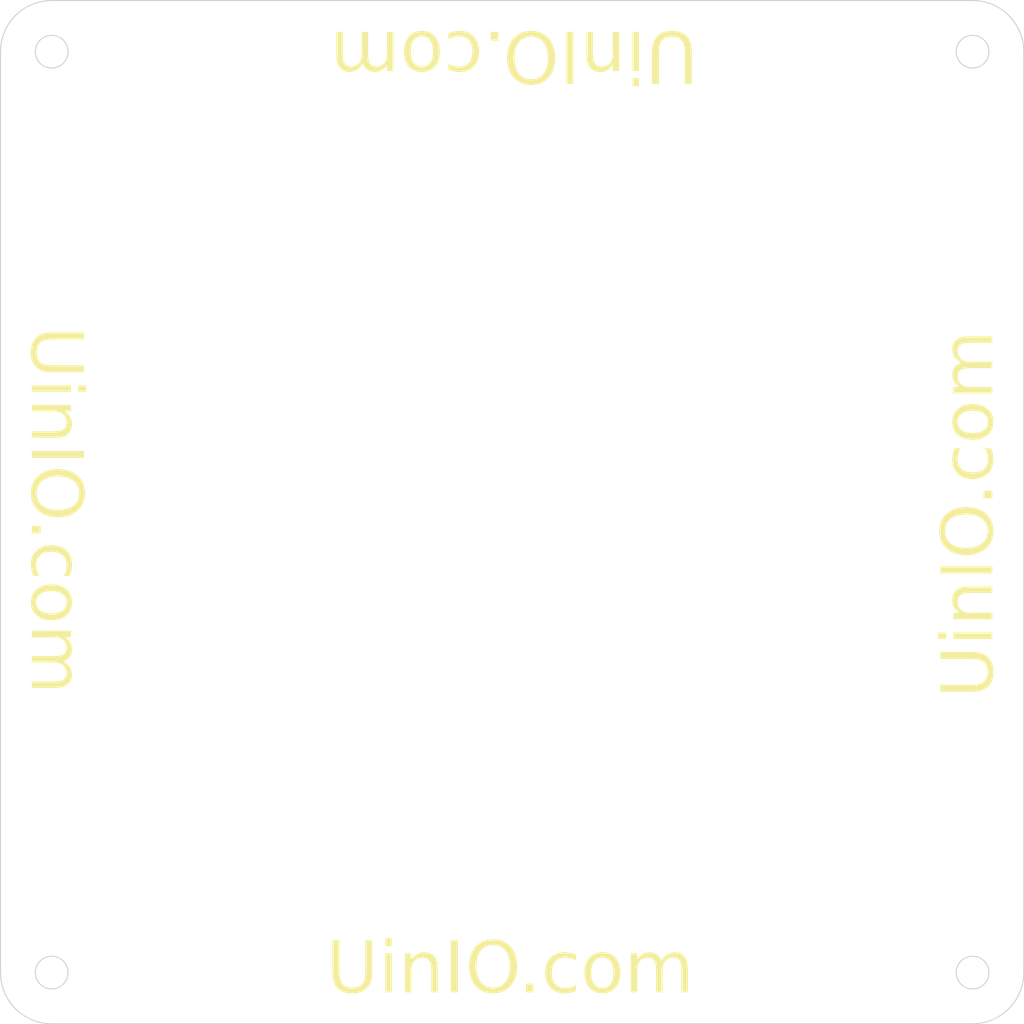
<source format=kicad_pcb>
(kicad_pcb (version 20221018) (generator pcbnew)

  (general
    (thickness 1.6)
  )

  (paper "A4")
  (layers
    (0 "F.Cu" signal)
    (31 "B.Cu" signal)
    (32 "B.Adhes" user "B.Adhesive")
    (33 "F.Adhes" user "F.Adhesive")
    (34 "B.Paste" user)
    (35 "F.Paste" user)
    (36 "B.SilkS" user "B.Silkscreen")
    (37 "F.SilkS" user "F.Silkscreen")
    (38 "B.Mask" user)
    (39 "F.Mask" user)
    (40 "Dwgs.User" user "User.Drawings")
    (41 "Cmts.User" user "User.Comments")
    (42 "Eco1.User" user "User.Eco1")
    (43 "Eco2.User" user "User.Eco2")
    (44 "Edge.Cuts" user)
    (45 "Margin" user)
    (46 "B.CrtYd" user "B.Courtyard")
    (47 "F.CrtYd" user "F.Courtyard")
    (48 "B.Fab" user)
    (49 "F.Fab" user)
    (50 "User.1" user)
    (51 "User.2" user)
    (52 "User.3" user)
    (53 "User.4" user)
    (54 "User.5" user)
    (55 "User.6" user)
    (56 "User.7" user)
    (57 "User.8" user)
    (58 "User.9" user)
  )

  (setup
    (pad_to_mask_clearance 0)
    (aux_axis_origin 106.69 55.77)
    (grid_origin 106.69 55.77)
    (pcbplotparams
      (layerselection 0x00010fc_ffffffff)
      (plot_on_all_layers_selection 0x0000000_00000000)
      (disableapertmacros false)
      (usegerberextensions true)
      (usegerberattributes true)
      (usegerberadvancedattributes true)
      (creategerberjobfile false)
      (dashed_line_dash_ratio 12.000000)
      (dashed_line_gap_ratio 3.000000)
      (svgprecision 4)
      (plotframeref false)
      (viasonmask true)
      (mode 1)
      (useauxorigin true)
      (hpglpennumber 1)
      (hpglpenspeed 20)
      (hpglpendiameter 15.000000)
      (dxfpolygonmode true)
      (dxfimperialunits true)
      (dxfusepcbnewfont true)
      (psnegative false)
      (psa4output false)
      (plotreference true)
      (plotvalue true)
      (plotinvisibletext false)
      (sketchpadsonfab false)
      (subtractmaskfromsilk true)
      (outputformat 1)
      (mirror false)
      (drillshape 0)
      (scaleselection 1)
      (outputdirectory "Gerbers")
    )
  )

  (net 0 "")

  (gr_circle (center 106.7 150.779999) (end 108.3 150.779999)
    (stroke (width 0.1) (type solid)) (fill none) (layer "Dwgs.User") (tstamp 02bbcd24-18f7-4226-bbcd-f075f3472aaa))
  (gr_arc (start 101.7 60.779999) (mid 103.164466 57.244465) (end 106.7 55.779999)
    (stroke (width 0.1) (type solid)) (layer "Dwgs.User") (tstamp 072e08f1-035f-40a0-8657-d2a4f054c837))
  (gr_arc (start 101.7 60.779999) (mid 103.164466 57.244465) (end 106.7 55.779999)
    (stroke (width 0.1) (type solid)) (layer "Dwgs.User") (tstamp 0bae9e97-1541-4f61-a6b7-2e0c75d19c57))
  (gr_arc (start 106.7 155.779999) (mid 103.164466 154.315533) (end 101.7 150.779999)
    (stroke (width 0.1) (type solid)) (layer "Dwgs.User") (tstamp 18469490-a24d-48e8-93f9-e8f8c36b5ef1))
  (gr_line (start 201.7 60.779999) (end 201.7 150.779999)
    (stroke (width 0.1) (type solid)) (layer "Dwgs.User") (tstamp 1cbf49b0-768e-4160-8ed3-cee53a40c9b6))
  (gr_arc (start 101.7 60.779999) (mid 103.164466 57.244465) (end 106.7 55.779999)
    (stroke (width 0.1) (type solid)) (layer "Dwgs.User") (tstamp 2b4a6b9b-fd9b-4238-836f-4cb7a9a9bf20))
  (gr_arc (start 196.7 55.779999) (mid 200.235534 57.244465) (end 201.7 60.779999)
    (stroke (width 0.1) (type solid)) (layer "Dwgs.User") (tstamp 2e7abc7e-b0c9-49e9-ba95-4ca022063c7d))
  (gr_circle (center 106.7 150.779999) (end 108.3 150.779999)
    (stroke (width 0.1) (type solid)) (fill none) (layer "Dwgs.User") (tstamp 329814eb-ab67-4d8d-885c-c1e58536b7e5))
  (gr_line (start 106.7 55.779999) (end 196.7 55.779999)
    (stroke (width 0.1) (type solid)) (layer "Dwgs.User") (tstamp 32dbe746-7192-43b7-9e49-875528234df4))
  (gr_circle (center 106.7 150.779999) (end 108.3 150.779999)
    (stroke (width 0.1) (type solid)) (fill none) (layer "Dwgs.User") (tstamp 3e2822d2-8bfb-4052-99cc-6ed9f77a3964))
  (gr_line (start 101.7 150.779999) (end 101.7 60.779999)
    (stroke (width 0.1) (type solid)) (layer "Dwgs.User") (tstamp 429c7945-b679-4482-a626-57e14d504f36))
  (gr_line (start 196.7 155.779999) (end 106.7 155.779999)
    (stroke (width 0.1) (type solid)) (layer "Dwgs.User") (tstamp 51f24770-81fe-436a-b27a-f6d9b3383890))
  (gr_circle (center 196.7 60.779999) (end 198.3 60.779999)
    (stroke (width 0.1) (type solid)) (fill none) (layer "Dwgs.User") (tstamp 58799c1f-303e-475f-a875-a18aa61c9b1b))
  (gr_line (start 201.7 60.779999) (end 201.7 150.779999)
    (stroke (width 0.1) (type solid)) (layer "Dwgs.User") (tstamp 6a732a0d-7fd0-4a01-9b8b-1a082005163c))
  (gr_circle (center 196.7 60.779999) (end 198.3 60.779999)
    (stroke (width 0.1) (type solid)) (fill none) (layer "Dwgs.User") (tstamp 70dffe9f-9fd8-4582-b96b-7594e171df57))
  (gr_line (start 101.7 150.779999) (end 101.7 60.779999)
    (stroke (width 0.1) (type solid)) (layer "Dwgs.User") (tstamp 74a1e01d-225b-4418-abce-47378abab1c4))
  (gr_circle (center 196.7 150.779999) (end 198.3 150.779999)
    (stroke (width 0.1) (type solid)) (fill none) (layer "Dwgs.User") (tstamp 776478db-518a-4f5d-9d6b-773f1abaebcf))
  (gr_arc (start 196.7 55.779999) (mid 200.235534 57.244465) (end 201.7 60.779999)
    (stroke (width 0.1) (type solid)) (layer "Dwgs.User") (tstamp 77733489-2863-45b3-b112-29202145107c))
  (gr_circle (center 196.7 150.779999) (end 198.3 150.779999)
    (stroke (width 0.1) (type solid)) (fill none) (layer "Dwgs.User") (tstamp 7aeb19f9-13e4-4b77-ad1e-bb0e048e057b))
  (gr_circle (center 196.7 60.779999) (end 198.3 60.779999)
    (stroke (width 0.1) (type solid)) (fill none) (layer "Dwgs.User") (tstamp 7b21ec0b-f741-4b4f-a0f8-35db8248ece3))
  (gr_arc (start 201.7 150.779999) (mid 200.235534 154.315533) (end 196.7 155.779999)
    (stroke (width 0.1) (type solid)) (layer "Dwgs.User") (tstamp 9ed63077-106a-471c-afda-056d279fe3d2))
  (gr_arc (start 101.7 60.779999) (mid 103.164466 57.244465) (end 106.7 55.779999)
    (stroke (width 0.1) (type solid)) (layer "Dwgs.User") (tstamp a036204d-2ace-4058-a12e-a8563b21b695))
  (gr_line (start 106.7 55.779999) (end 196.7 55.779999)
    (stroke (width 0.1) (type solid)) (layer "Dwgs.User") (tstamp ab8a498a-f064-4677-a459-0bf12c415147))
  (gr_line (start 106.7 55.779999) (end 196.7 55.779999)
    (stroke (width 0.1) (type solid)) (layer "Dwgs.User") (tstamp abc903e4-b10a-4c28-8ba1-6d98c39de08e))
  (gr_line (start 201.7 60.779999) (end 201.7 150.779999)
    (stroke (width 0.1) (type solid)) (layer "Dwgs.User") (tstamp ac49004a-2802-42fa-8171-bac3ef895af0))
  (gr_arc (start 201.7 150.779999) (mid 200.235534 154.315533) (end 196.7 155.779999)
    (stroke (width 0.1) (type solid)) (layer "Dwgs.User") (tstamp adac7b6e-482e-41e2-979d-955fc6079572))
  (gr_circle (center 196.7 60.779999) (end 198.3 60.779999)
    (stroke (width 0.1) (type solid)) (fill none) (layer "Dwgs.User") (tstamp b2612af7-2110-4f81-ba7c-e716240f310b))
  (gr_arc (start 196.7 55.779999) (mid 200.235534 57.244465) (end 201.7 60.779999)
    (stroke (width 0.1) (type solid)) (layer "Dwgs.User") (tstamp b2719ae3-247d-4a69-b2f8-25738d565c57))
  (gr_line (start 106.7 55.779999) (end 196.7 55.779999)
    (stroke (width 0.1) (type solid)) (layer "Dwgs.User") (tstamp bca007ac-ed7d-4108-9d30-5c9ea6b02c41))
  (gr_line (start 201.7 60.779999) (end 201.7 150.779999)
    (stroke (width 0.1) (type solid)) (layer "Dwgs.User") (tstamp bf236b61-bbc8-48f9-aefb-8c926ede6d61))
  (gr_arc (start 201.7 150.779999) (mid 200.235534 154.315533) (end 196.7 155.779999)
    (stroke (width 0.1) (type solid)) (layer "Dwgs.User") (tstamp c2826fcc-f8aa-4290-8e67-eb6813bded71))
  (gr_line (start 196.7 155.779999) (end 106.7 155.779999)
    (stroke (width 0.1) (type solid)) (layer "Dwgs.User") (tstamp c5f1f1cc-2bbb-4e24-bb95-e8df7302072e))
  (gr_line (start 196.7 155.779999) (end 106.7 155.779999)
    (stroke (width 0.1) (type solid)) (layer "Dwgs.User") (tstamp c6a7b129-9c61-44e1-ad83-251145e2f3c5))
  (gr_arc (start 106.7 155.779999) (mid 103.164466 154.315533) (end 101.7 150.779999)
    (stroke (width 0.1) (type solid)) (layer "Dwgs.User") (tstamp cb83de8a-48c2-4380-aa0d-41ac704329d2))
  (gr_circle (center 106.7 60.779999) (end 108.3 60.779999)
    (stroke (width 0.1) (type solid)) (fill none) (layer "Dwgs.User") (tstamp d06cc238-3fe7-411c-bda2-695c2a1d8140))
  (gr_circle (center 106.7 60.779999) (end 108.3 60.779999)
    (stroke (width 0.1) (type solid)) (fill none) (layer "Dwgs.User") (tstamp d43c08a8-9918-4241-81f5-84b72325271b))
  (gr_arc (start 106.7 155.779999) (mid 103.164466 154.315533) (end 101.7 150.779999)
    (stroke (width 0.1) (type solid)) (layer "Dwgs.User") (tstamp d7b5d28f-517e-46c7-b333-7c936df52ad6))
  (gr_arc (start 196.7 55.779999) (mid 200.235534 57.244465) (end 201.7 60.779999)
    (stroke (width 0.1) (type solid)) (layer "Dwgs.User") (tstamp da27ebfc-ec95-4936-9224-19af48a97c9b))
  (gr_circle (center 106.7 150.779999) (end 108.3 150.779999)
    (stroke (width 0.1) (type solid)) (fill none) (layer "Dwgs.User") (tstamp df53fbf3-a172-48a3-af79-2a0d4d577f16))
  (gr_circle (center 106.7 60.779999) (end 108.3 60.779999)
    (stroke (width 0.1) (type solid)) (fill none) (layer "Dwgs.User") (tstamp df7f3bf8-26d5-493e-a362-b12b81806e47))
  (gr_circle (center 196.7 150.779999) (end 198.3 150.779999)
    (stroke (width 0.1) (type solid)) (fill none) (layer "Dwgs.User") (tstamp e0022987-0003-4c05-b6ef-ec706450f494))
  (gr_arc (start 201.7 150.779999) (mid 200.235534 154.315533) (end 196.7 155.779999)
    (stroke (width 0.1) (type solid)) (layer "Dwgs.User") (tstamp e1291c05-05c0-4a1f-82d6-87f9fd4fe244))
  (gr_line (start 101.7 150.779999) (end 101.7 60.779999)
    (stroke (width 0.1) (type solid)) (layer "Dwgs.User") (tstamp e31e46fd-475e-411a-a37c-c2894ab5a9fa))
  (gr_line (start 196.7 155.779999) (end 106.7 155.779999)
    (stroke (width 0.1) (type solid)) (layer "Dwgs.User") (tstamp eadfd7ba-706c-43dc-8eaf-2ff24ef81916))
  (gr_arc (start 106.7 155.779999) (mid 103.164466 154.315533) (end 101.7 150.779999)
    (stroke (width 0.1) (type solid)) (layer "Dwgs.User") (tstamp eb1b2e52-dd12-4406-b4b0-53b00387292b))
  (gr_line (start 101.7 150.779999) (end 101.7 60.779999)
    (stroke (width 0.1) (type solid)) (layer "Dwgs.User") (tstamp f322cfdd-a66e-425f-b5b6-d8c46f4edb5b))
  (gr_circle (center 196.7 150.779999) (end 198.3 150.779999)
    (stroke (width 0.1) (type solid)) (fill none) (layer "Dwgs.User") (tstamp f59d5993-6522-45d4-8fe7-a3a4ed2c1d80))
  (gr_circle (center 106.7 60.779999) (end 108.3 60.779999)
    (stroke (width 0.1) (type solid)) (fill none) (layer "Dwgs.User") (tstamp f9281e23-ded9-4f05-8820-dad64f673c3e))
  (gr_circle (center 106.7 150.78) (end 108.3 150.78)
    (stroke (width 0.1) (type default)) (fill none) (layer "Edge.Cuts") (tstamp 0ca76ccd-9a35-4ddb-b9ce-4245157c7188))
  (gr_circle (center 196.7 60.78) (end 198.3 60.78)
    (stroke (width 0.1) (type default)) (fill none) (layer "Edge.Cuts") (tstamp 0cb6e083-6d9d-4d0f-a180-5bf99825fa92))
  (gr_line (start 201.7 60.779999) (end 201.7 150.779999)
    (stroke (width 0.1) (type default)) (layer "Edge.Cuts") (tstamp 4993711e-5971-48d4-aca5-69f8e253ed5d))
  (gr_line (start 196.7 155.78) (end 106.7 155.78)
    (stroke (width 0.1) (type default)) (layer "Edge.Cuts") (tstamp 4f1b3b99-8e10-4b05-925d-4e1147104b13))
  (gr_arc (start 196.7 55.78) (mid 200.235534 57.244466) (end 201.7 60.78)
    (stroke (width 0.1) (type default)) (layer "Edge.Cuts") (tstamp 6115cdba-b71a-4467-a89c-3c6ff2bb3ca6))
  (gr_line (start 106.7 55.78) (end 196.7 55.78)
    (stroke (width 0.1) (type default)) (layer "Edge.Cuts") (tstamp 61a017ed-b6de-4811-83aa-4f48de3dc21e))
  (gr_line (start 101.7 150.779999) (end 101.7 60.779999)
    (stroke (width 0.1) (type default)) (layer "Edge.Cuts") (tstamp 7048be78-6abb-4206-a780-b75af1e2d657))
  (gr_arc (start 106.7 155.78) (mid 103.164466 154.315534) (end 101.7 150.78)
    (stroke (width 0.1) (type default)) (layer "Edge.Cuts") (tstamp 8a5440dd-5313-46f9-b9b4-0c78f8141f62))
  (gr_arc (start 101.7 60.78) (mid 103.164466 57.244466) (end 106.7 55.78)
    (stroke (width 0.1) (type default)) (layer "Edge.Cuts") (tstamp 920da87a-fc57-4383-8669-fc26b4bc3fa0))
  (gr_circle (center 196.7 150.78) (end 198.3 150.78)
    (stroke (width 0.1) (type default)) (fill none) (layer "Edge.Cuts") (tstamp bd8dccc1-52a2-41c6-9389-95fdf56419b3))
  (gr_arc (start 201.7 150.78) (mid 200.235534 154.315534) (end 196.7 155.78)
    (stroke (width 0.1) (type default)) (layer "Edge.Cuts") (tstamp d13093ca-aa57-4881-aeec-3e2f146aff2d))
  (gr_circle (center 106.7 60.78) (end 108.3 60.78)
    (stroke (width 0.1) (type default)) (fill none) (layer "Edge.Cuts") (tstamp fc97c706-e999-4953-9e51-af22661543e7))
  (gr_text "UinIO.com" (at 103.914459 87.608332 -90) (layer "F.SilkS") (tstamp 0c9216a9-8157-44b8-81ff-8e5d935fa4f7)
    (effects (font (face "Russo One") (size 5 5) (thickness 0.15)) (justify left bottom))
    (render_cache "UinIO.com" -90
      (polygon
        (pts
          (xy 109.688394 91.196259)          (xy 109.688394 92.461437)          (xy 106.100467 92.461437)          (xy 106.009839 92.46013)
          (xy 105.92236 92.456209)          (xy 105.83803 92.449673)          (xy 105.756848 92.440524)          (xy 105.678814 92.42876)
          (xy 105.603929 92.414382)          (xy 105.532192 92.39739)          (xy 105.463604 92.377784)          (xy 105.398164 92.355563)
          (xy 105.335872 92.330729)          (xy 105.276729 92.30328)          (xy 105.220735 92.273217)          (xy 105.167889 92.24054)
          (xy 105.118191 92.205249)          (xy 105.071642 92.167344)          (xy 105.028241 92.126824)          (xy 104.987721 92.083566)
          (xy 104.949816 92.037141)          (xy 104.914525 91.987549)          (xy 104.881848 91.934788)          (xy 104.851785 91.87886)
          (xy 104.824336 91.819765)          (xy 104.799502 91.757502)          (xy 104.777281 91.692072)          (xy 104.757675 91.623474)
          (xy 104.740683 91.551709)          (xy 104.726305 91.476776)          (xy 104.714541 91.398675)          (xy 104.705392 91.317407)
          (xy 104.698856 91.232972)          (xy 104.694935 91.145369)          (xy 104.693628 91.054598)          (xy 104.693628 89.43771)
          (xy 104.694935 89.346935)          (xy 104.698856 89.259318)          (xy 104.705392 89.174858)          (xy 104.714541 89.093557)
          (xy 104.726305 89.015414)          (xy 104.740683 88.940428)          (xy 104.757675 88.868601)          (xy 104.777281 88.799931)
          (xy 104.799502 88.73442)          (xy 104.824336 88.672066)          (xy 104.851785 88.612871)          (xy 104.881848 88.556833)
          (xy 104.914525 88.503954)          (xy 104.949816 88.454232)          (xy 104.987721 88.407669)          (xy 105.028241 88.364263)
          (xy 105.071642 88.323891)          (xy 105.118191 88.286124)          (xy 105.167889 88.250962)          (xy 105.220735 88.218404)
          (xy 105.276729 88.188451)          (xy 105.335872 88.161103)          (xy 105.398164 88.136359)          (xy 105.463604 88.114219)
          (xy 105.532192 88.094685)          (xy 105.603929 88.077755)          (xy 105.678814 88.063429)          (xy 105.756848 88.051709)
          (xy 105.83803 88.042592)          (xy 105.92236 88.036081)          (xy 106.009839 88.032174)          (xy 106.100467 88.030872)
          (xy 109.688394 88.030872)          (xy 109.688394 89.29605)          (xy 106.100467 89.29605)          (xy 106.049448 89.2977)
          (xy 105.979091 89.306365)          (xy 105.91614 89.322458)          (xy 105.860595 89.345979)          (xy 105.812456 89.376926)
          (xy 105.771723 89.415302)          (xy 105.738396 89.461104)          (xy 105.712475 89.514334)          (xy 105.69396 89.574992)
          (xy 105.682851 89.643077)          (xy 105.679559 89.692594)          (xy 105.679148 89.71859)          (xy 105.679148 90.773719)
          (xy 105.680794 90.824886)          (xy 105.689434 90.895447)          (xy 105.70548 90.95858)          (xy 105.728933 91.014286)
          (xy 105.759791 91.062565)          (xy 105.798055 91.103416)          (xy 105.843726 91.136839)          (xy 105.896802 91.162835)
          (xy 105.957284 91.181404)          (xy 106.025173 91.192545)          (xy 106.074546 91.195846)          (xy 106.100467 91.196259)
        )
      )
      (polygon
        (pts
          (xy 108.352386 94.753656)          (xy 104.764459 94.753656)          (xy 104.764459 93.522672)          (xy 107.402281 93.522672)
          (xy 107.402281 92.995107)          (xy 108.352386 92.995107)
        )
      )
      (polygon
        (pts
          (xy 109.759225 93.522672)          (xy 109.759225 94.753656)          (xy 108.773705 94.753656)          (xy 108.773705 93.522672)
        )
      )
      (polygon
        (pts
          (xy 107.542721 97.518485)          (xy 107.541487 97.447777)          (xy 107.537784 97.375331)          (xy 107.533943 97.326067)
          (xy 107.529006 97.276031)          (xy 107.522972 97.225222)          (xy 107.51584 97.17364)          (xy 107.507611 97.121285)
          (xy 107.498285 97.068158)          (xy 107.487862 97.014257)          (xy 107.476341 96.959584)          (xy 107.463724 96.904138)
          (xy 107.450009 96.847919)          (xy 107.435197 96.790928)          (xy 107.419288 96.733163)          (xy 107.402281 96.674626)
          (xy 104.764459 96.674626)          (xy 104.764459 95.443642)          (xy 108.492826 95.443642)          (xy 108.492826 96.534186)
          (xy 108.141116 96.603796)          (xy 108.167835 96.645231)          (xy 108.193647 96.6868)          (xy 108.230666 96.749404)
          (xy 108.265646 96.812308)          (xy 108.298587 96.875513)          (xy 108.329488 96.939019)          (xy 108.35835 97.002825)
          (xy 108.385173 97.066932)          (xy 108.409956 97.131339)          (xy 108.4327 97.196046)          (xy 108.453404 97.261054)
          (xy 108.459853 97.282791)          (xy 108.478185 97.347094)          (xy 108.494715 97.409487)          (xy 108.509441 97.469969)
          (xy 108.522364 97.528541)          (xy 108.533483 97.585202)          (xy 108.5428 97.639953)          (xy 108.550313 97.692793)
          (xy 108.556023 97.743723)          (xy 108.55993 97.792742)          (xy 108.562335 97.855129)          (xy 108.562435 97.870195)
          (xy 108.562435 98.186489)          (xy 108.561309 98.245585)          (xy 108.557932 98.303191)          (xy 108.552303 98.35931)
          (xy 108.544422 98.41394)          (xy 108.53429 98.467082)          (xy 108.521906 98.518736)          (xy 108.50727 98.568901)
          (xy 108.490383 98.617578)          (xy 108.471244 98.664766)          (xy 108.449854 98.710466)          (xy 108.426212 98.754678)
          (xy 108.400319 98.797402)          (xy 108.372173 98.838637)          (xy 108.341777 98.878383)          (xy 108.309128 98.916642)
          (xy 108.274228 98.953412)          (xy 108.237458 98.988312)          (xy 108.1992 99.02096)          (xy 108.159453 99.051357)
          (xy 108.118218 99.079502)          (xy 108.075495 99.105396)          (xy 108.031283 99.129038)          (xy 107.985583 99.150428)
          (xy 107.938394 99.169567)          (xy 107.889717 99.186454)          (xy 107.839552 99.201089)          (xy 107.787899 99.213473)
          (xy 107.734757 99.223605)          (xy 107.680127 99.231486)          (xy 107.624008 99.237115)          (xy 107.566401 99.240493)
          (xy 107.507306 99.241618)          (xy 104.764459 99.241618)          (xy 104.764459 98.010634)          (xy 107.297257 98.010634)
          (xy 107.347556 98.006207)          (xy 107.39885 97.990644)          (xy 107.444542 97.963875)          (xy 107.47189 97.939804)
          (xy 107.50613 97.897847)          (xy 107.529164 97.850288)          (xy 107.540992 97.797126)          (xy 107.542721 97.76517)
        )
      )
      (polygon
        (pts
          (xy 104.764459 102.24092)          (xy 104.764459 99.709343)          (xy 105.748757 99.709343)          (xy 105.748757 100.341932)
          (xy 108.704096 100.341932)          (xy 108.704096 99.709343)          (xy 109.688394 99.709343)          (xy 109.688394 102.24092)
          (xy 108.704096 102.24092)          (xy 108.704096 101.608332)          (xy 105.748757 101.608332)          (xy 105.748757 102.24092)
        )
      )
      (polygon
        (pts
          (xy 106.100467 107.286978)          (xy 106.009839 107.285671)          (xy 105.92236 107.281749)          (xy 105.83803 107.275214)
          (xy 105.756848 107.266064)          (xy 105.678814 107.254301)          (xy 105.603929 107.239923)          (xy 105.532192 107.222931)
          (xy 105.463604 107.203325)          (xy 105.398164 107.181104)          (xy 105.335872 107.15627)          (xy 105.276729 107.128821)
          (xy 105.220735 107.098758)          (xy 105.167889 107.066081)          (xy 105.118191 107.03079)          (xy 105.071642 106.992885)
          (xy 105.028241 106.952365)          (xy 104.987721 106.909107)          (xy 104.949816 106.862682)          (xy 104.914525 106.813089)
          (xy 104.881848 106.760329)          (xy 104.851785 106.704401)          (xy 104.824336 106.645306)          (xy 104.799502 106.583043)
          (xy 104.777281 106.517613)          (xy 104.757675 106.449015)          (xy 104.740683 106.377249)          (xy 104.726305 106.302316)
          (xy 104.714541 106.224216)          (xy 104.705392 106.142948)          (xy 104.698856 106.058513)          (xy 104.694935 105.970909)
          (xy 104.693628 105.880139)          (xy 104.693628 104.12159)          (xy 104.694935 104.030963)          (xy 104.698856 103.943484)
          (xy 104.705392 103.859153)          (xy 104.714541 103.777971)          (xy 104.726305 103.699938)          (xy 104.740683 103.625052)
          (xy 104.757675 103.553316)          (xy 104.777281 103.484727)          (xy 104.799502 103.419287)          (xy 104.824336 103.356996)
          (xy 104.851785 103.297853)          (xy 104.881848 103.241858)          (xy 104.914525 103.189012)          (xy 104.949816 103.139314)
          (xy 104.987721 103.092765)          (xy 105.028241 103.049364)          (xy 105.071642 103.008845)          (xy 105.118191 102.970939)
          (xy 105.167889 102.935648)          (xy 105.220735 102.902971)          (xy 105.276729 102.872908)          (xy 105.335872 102.84546)
          (xy 105.398164 102.820625)          (xy 105.463604 102.798405)          (xy 105.532192 102.778799)          (xy 105.603929 102.761807)
          (xy 105.678814 102.747429)          (xy 105.756848 102.735665)          (xy 105.83803 102.726515)          (xy 105.92236 102.71998)
          (xy 106.009839 102.716059)          (xy 106.100467 102.714752)          (xy 108.352386 102.714752)          (xy 108.443013 102.716059)
          (xy 108.530492 102.71998)          (xy 108.614823 102.726515)          (xy 108.696005 102.735665)          (xy 108.774039 102.747429)
          (xy 108.848924 102.761807)          (xy 108.920661 102.778799)          (xy 108.989249 102.798405)          (xy 109.054689 102.820625)
          (xy 109.116981 102.84546)          (xy 109.176124 102.872908)          (xy 109.232118 102.902971)          (xy 109.284964 102.935648)
          (xy 109.334662 102.970939)          (xy 109.381211 103.008845)          (xy 109.424612 103.049364)          (xy 109.465132 103.092765)
          (xy 109.503037 103.139314)          (xy 109.538328 103.189012)          (xy 109.571005 103.241858)          (xy 109.601068 103.297853)
          (xy 109.628517 103.356996)          (xy 109.653351 103.419287)          (xy 109.675572 103.484727)          (xy 109.695178 103.553316)
          (xy 109.71217 103.625052)          (xy 109.726548 103.699938)          (xy 109.738311 103.777971)          (xy 109.747461 103.859153)
          (xy 109.753996 103.943484)          (xy 109.757918 104.030963)          (xy 109.759225 104.12159)          (xy 109.759225 105.880139)
          (xy 109.757918 105.970909)          (xy 109.753996 106.058513)          (xy 109.747461 106.142948)          (xy 109.738311 106.224216)
          (xy 109.726548 106.302316)          (xy 109.71217 106.377249)          (xy 109.695178 106.449015)          (xy 109.675572 106.517613)
          (xy 109.653351 106.583043)          (xy 109.628517 106.645306)          (xy 109.601068 106.704401)          (xy 109.571005 106.760329)
          (xy 109.538328 106.813089)          (xy 109.503037 106.862682)          (xy 109.465132 106.909107)          (xy 109.424612 106.952365)
          (xy 109.381211 106.992885)          (xy 109.334662 107.03079)          (xy 109.284964 107.066081)          (xy 109.232118 107.098758)
          (xy 109.176124 107.128821)          (xy 109.116981 107.15627)          (xy 109.054689 107.181104)          (xy 108.989249 107.203325)
          (xy 108.920661 107.222931)          (xy 108.848924 107.239923)          (xy 108.774039 107.254301)          (xy 108.696005 107.266064)
          (xy 108.614823 107.275214)          (xy 108.530492 107.281749)          (xy 108.443013 107.285671)          (xy 108.352386 107.286978)
        )
          (pts
            (xy 108.352386 106.0218)            (xy 108.403405 106.020149)            (xy 108.473762 106.011484)            (xy 108.536713 105.995391)
            (xy 108.592258 105.971871)            (xy 108.640397 105.940923)            (xy 108.68113 105.902548)            (xy 108.714457 105.856745)
            (xy 108.740378 105.803515)            (xy 108.758893 105.742857)            (xy 108.770002 105.674772)            (xy 108.773293 105.625256)
            (xy 108.773705 105.59926)            (xy 108.773705 104.403691)            (xy 108.772059 104.352524)            (xy 108.763419 104.281963)
            (xy 108.747372 104.21883)            (xy 108.72392 104.163124)            (xy 108.693062 104.114845)            (xy 108.654797 104.073994)
            (xy 108.609127 104.04057)            (xy 108.556051 104.014574)            (xy 108.495569 103.996006)            (xy 108.42768 103.984864)
            (xy 108.378307 103.981563)            (xy 108.352386 103.981151)            (xy 106.100467 103.981151)            (xy 106.049448 103.982801)
            (xy 105.979091 103.991467)            (xy 105.91614 104.00756)            (xy 105.860595 104.03108)            (xy 105.812456 104.062028)
            (xy 105.771723 104.100403)            (xy 105.738396 104.146205)            (xy 105.712475 104.199436)            (xy 105.69396 104.260093)
            (xy 105.682851 104.328178)            (xy 105.679559 104.377695)            (xy 105.679148 104.403691)            (xy 105.679148 105.59926)
            (xy 105.680794 105.650427)            (xy 105.689434 105.720987)            (xy 105.70548 105.784121)            (xy 105.728933 105.839827)
            (xy 105.759791 105.888105)            (xy 105.798055 105.928956)            (xy 105.843726 105.96238)            (xy 105.896802 105.988376)
            (xy 105.957284 106.006945)            (xy 106.025173 106.018086)            (xy 106.074546 106.021387)            (xy 106.100467 106.0218)
          )
      )
      (polygon
        (pts
          (xy 105.819588 107.754703)          (xy 105.819588 109.021102)          (xy 104.764459 109.021102)          (xy 104.764459 107.754703)
        )
      )
      (polygon
        (pts
          (xy 104.835289 112.88136)          (xy 104.826573 112.799459)          (xy 104.818135 112.718161)          (xy 104.809973 112.637467)
          (xy 104.802087 112.557376)          (xy 104.794478 112.477888)          (xy 104.787146 112.399004)          (xy 104.780091 112.320724)
          (xy 104.773312 112.243047)          (xy 104.76681 112.165973)          (xy 104.760585 112.089503)          (xy 104.754636 112.013636)
          (xy 104.748964 111.938373)          (xy 104.743569 111.863713)          (xy 104.73845 111.789657)          (xy 104.733609 111.716204)
          (xy 104.729043 111.643354)          (xy 104.724755 111.571108)          (xy 104.720743 111.499466)          (xy 104.717008 111.428426)
          (xy 104.713549 111.357991)          (xy 104.710367 111.288159)          (xy 104.707462 111.21893)          (xy 104.704834 111.150304)
          (xy 104.702482 111.082283)          (xy 104.700407 111.014864)          (xy 104.698608 110.948049)          (xy 104.697087 110.881838)
          (xy 104.695842 110.81623)          (xy 104.694873 110.751225)          (xy 104.694181 110.686824)          (xy 104.693766 110.623026)
          (xy 104.693628 110.559832)          (xy 104.694754 110.50088)          (xy 104.698131 110.443397)          (xy 104.70376 110.387383)
          (xy 104.711641 110.332839)          (xy 104.721773 110.279764)          (xy 104.734157 110.228158)          (xy 104.748793 110.178021)
          (xy 104.76568 110.129354)          (xy 104.784818 110.082156)          (xy 104.806209 110.036427)          (xy 104.829851 109.992168)
          (xy 104.855744 109.949377)          (xy 104.883889 109.908056)          (xy 104.914286 109.868205)          (xy 104.946935 109.829822)
          (xy 104.981835 109.792909)          (xy 105.018748 109.758009)          (xy 105.05713 109.725361)          (xy 105.096982 109.694964)
          (xy 105.138303 109.666819)          (xy 105.181093 109.640925)          (xy 105.225352 109.617283)          (xy 105.271081 109.595893)
          (xy 105.318279 109.576754)          (xy 105.366946 109.559867)          (xy 105.417083 109.545232)          (xy 105.468689 109.532848)
          (xy 105.521764 109.522716)          (xy 105.576308 109.514835)          (xy 105.632322 109.509206)          (xy 105.689805 109.505829)
          (xy 105.748757 109.504703)          (xy 107.366866 109.504703)          (xy 107.43192 109.505871)          (xy 107.495189 109.509378)
          (xy 107.556674 109.515221)          (xy 107.616375 109.523403)          (xy 107.674292 109.533921)          (xy 107.730425 109.546777)
          (xy 107.784774 109.561971)          (xy 107.837339 109.579502)          (xy 107.888119 109.599371)          (xy 107.937116 109.621577)
          (xy 107.984328 109.64612)          (xy 108.029756 109.673001)          (xy 108.0734 109.70222)          (xy 108.11526 109.733776)
          (xy 108.155336 109.767669)          (xy 108.193628 109.8039)          (xy 108.229859 109.842192)          (xy 108.263752 109.882268)
          (xy 108.295308 109.924128)          (xy 108.324527 109.967772)          (xy 108.351408 110.0132)          (xy 108.375952 110.060412)
          (xy 108.398158 110.109409)          (xy 108.418026 110.160189)          (xy 108.435557 110.212754)          (xy 108.450751 110.267103)
          (xy 108.463607 110.323236)          (xy 108.474126 110.381153)          (xy 108.482307 110.440854)          (xy 108.488151 110.502339)
          (xy 108.491657 110.565609)          (xy 108.492826 110.630662)          (xy 108.492826 112.88136)          (xy 107.542721 112.88136)
          (xy 107.542721 111.017787)          (xy 107.540252 110.967373)          (xy 107.52928 110.907867)          (xy 107.509531 110.857177)
          (xy 107.481004 110.815303)          (xy 107.4437 110.782244)          (xy 107.397618 110.758001)          (xy 107.342759 110.742574)
          (xy 107.279122 110.735962)          (xy 107.261842 110.735687)          (xy 105.890418 110.735687)          (xy 105.839509 110.740114)
          (xy 105.787527 110.755677)          (xy 105.741148 110.782446)          (xy 105.713342 110.806517)          (xy 105.679693 110.849064)
          (xy 105.657056 110.897021)          (xy 105.645432 110.950387)          (xy 105.643733 110.982372)          (xy 105.644143 111.063921)
          (xy 105.645374 111.150423)          (xy 105.647425 111.241875)          (xy 105.650297 111.33828)          (xy 105.65204 111.388339)
          (xy 105.653989 111.439636)          (xy 105.656143 111.49217)          (xy 105.658502 111.545943)          (xy 105.661066 111.600954)
          (xy 105.663835 111.657203)          (xy 105.666809 111.714689)          (xy 105.669989 111.773413)          (xy 105.673373 111.833376)
          (xy 105.676963 111.894576)          (xy 105.680758 111.957014)          (xy 105.684758 112.02069)          (xy 105.688963 112.085604)
          (xy 105.693373 112.151756)          (xy 105.697989 112.219146)          (xy 105.702809 112.287774)          (xy 105.707835 112.357639)
          (xy 105.713065 112.428743)          (xy 105.718501 112.501084)          (xy 105.724142 112.574664)          (xy 105.729988 112.649481)
          (xy 105.736039 112.725536)          (xy 105.742296 112.802829)          (xy 105.748757 112.88136)
        )
      )
      (polygon
        (pts
          (xy 105.819588 117.222777)          (xy 105.754534 117.221608)          (xy 105.691265 117.218102)          (xy 105.629779 117.212258)
          (xy 105.570078 117.204077)          (xy 105.512161 117.193558)          (xy 105.456028 117.180702)          (xy 105.40168 117.165508)
          (xy 105.349115 117.147977)          (xy 105.298334 117.128109)          (xy 105.249338 117.105903)          (xy 105.202125 117.081359)
          (xy 105.156697 117.054478)          (xy 105.113053 117.02526)          (xy 105.071193 116.993704)          (xy 105.031117 116.95981)
          (xy 104.992826 116.923579)          (xy 104.956595 116.885435)          (xy 104.922701 116.845498)          (xy 104.891145 116.803767)
          (xy 104.861927 116.760242)          (xy 104.835046 116.714923)          (xy 104.810502 116.667811)          (xy 104.788296 116.618905)
          (xy 104.768427 116.568206)          (xy 104.750896 116.515713)          (xy 104.735703 116.461426)          (xy 104.722847 116.405346)
          (xy 104.712328 116.347471)          (xy 104.704147 116.287804)          (xy 104.698303 116.226342)          (xy 104.694797 116.163087)
          (xy 104.693628 116.098038)          (xy 104.693628 114.47993)          (xy 104.694797 114.414876)          (xy 104.698303 114.351607)
          (xy 104.704147 114.290121)          (xy 104.712328 114.23042)          (xy 104.722847 114.172503)          (xy 104.735703 114.11637)
          (xy 104.750896 114.062021)          (xy 104.768427 114.009457)          (xy 104.788296 113.958676)          (xy 104.810502 113.90968)
          (xy 104.835046 113.862467)          (xy 104.861927 113.817039)          (xy 104.891145 113.773395)          (xy 104.922701 113.731535)
          (xy 104.956595 113.691459)          (xy 104.992826 113.653168)          (xy 105.031117 113.616937)          (xy 105.071193 113.583043)
          (xy 105.113053 113.551487)          (xy 105.156697 113.522269)          (xy 105.202125 113.495388)          (xy 105.249338 113.470844)
          (xy 105.298334 113.448638)          (xy 105.349115 113.428769)          (xy 105.40168 113.411238)          (xy 105.456028 113.396045)
          (xy 105.512161 113.383189)          (xy 105.570078 113.37267)          (xy 105.629779 113.364489)          (xy 105.691265 113.358645)
          (xy 105.754534 113.355139)          (xy 105.819588 113.35397)          (xy 107.437696 113.35397)          (xy 107.502745 113.355139)
          (xy 107.566 113.358645)          (xy 107.627462 113.364489)          (xy 107.687129 113.37267)          (xy 107.745004 113.383189)
          (xy 107.801084 113.396045)          (xy 107.855371 113.411238)          (xy 107.907864 113.428769)          (xy 107.958563 113.448638)
          (xy 108.007469 113.470844)          (xy 108.054581 113.495388)          (xy 108.0999 113.522269)          (xy 108.143425 113.551487)
          (xy 108.185156 113.583043)          (xy 108.225093 113.616937)          (xy 108.263237 113.653168)          (xy 108.299468 113.691459)
          (xy 108.333362 113.731535)          (xy 108.364918 113.773395)          (xy 108.394136 113.817039)          (xy 108.421017 113.862467)
          (xy 108.445561 113.90968)          (xy 108.467767 113.958676)          (xy 108.487635 114.009457)          (xy 108.505167 114.062021)
          (xy 108.52036 114.11637)          (xy 108.533216 114.172503)          (xy 108.543735 114.23042)          (xy 108.551916 114.290121)
          (xy 108.55776 114.351607)          (xy 108.561266 114.414876)          (xy 108.562435 114.47993)          (xy 108.562435 116.098038)
          (xy 108.561266 116.163087)          (xy 108.55776 116.226342)          (xy 108.551916 116.287804)          (xy 108.543735 116.347471)
          (xy 108.533216 116.405346)          (xy 108.52036 116.461426)          (xy 108.505167 116.515713)          (xy 108.487635 116.568206)
          (xy 108.467767 116.618905)          (xy 108.445561 116.667811)          (xy 108.421017 116.714923)          (xy 108.394136 116.760242)
          (xy 108.364918 116.803767)          (xy 108.333362 116.845498)          (xy 108.299468 116.885435)          (xy 108.263237 116.923579)
          (xy 108.225093 116.95981)          (xy 108.185156 116.993704)          (xy 108.143425 117.02526)          (xy 108.0999 117.054478)
          (xy 108.054581 117.081359)          (xy 108.007469 117.105903)          (xy 107.958563 117.128109)          (xy 107.907864 117.147977)
          (xy 107.855371 117.165508)          (xy 107.801084 117.180702)          (xy 107.745004 117.193558)          (xy 107.687129 117.204077)
          (xy 107.627462 117.212258)          (xy 107.566 117.218102)          (xy 107.502745 117.221608)          (xy 107.437696 117.222777)
        )
          (pts
            (xy 107.331451 115.991793)            (xy 107.381865 115.989324)            (xy 107.441371 115.978352)            (xy 107.492061 115.958603)
            (xy 107.533935 115.930076)            (xy 107.566994 115.892772)            (xy 107.591237 115.84669)            (xy 107.606664 115.791831)
            (xy 107.613276 115.728194)            (xy 107.613551 115.710913)            (xy 107.613551 114.867054)            (xy 107.611072 114.81664)
            (xy 107.600052 114.757134)            (xy 107.580217 114.706445)            (xy 107.551566 114.66457)            (xy 107.5141 114.631512)
            (xy 107.467818 114.607269)            (xy 107.41272 114.591841)            (xy 107.348807 114.585229)            (xy 107.331451 114.584954)
            (xy 105.924612 114.584954)            (xy 105.874416 114.587433)            (xy 105.815168 114.598453)            (xy 105.764697 114.618288)
            (xy 105.723004 114.646939)            (xy 105.690089 114.684405)            (xy 105.665951 114.730688)            (xy 105.65059 114.785785)
            (xy 105.644007 114.849699)            (xy 105.643733 114.867054)            (xy 105.643733 115.710913)            (xy 105.646201 115.76111)
            (xy 105.657173 115.820358)            (xy 105.676923 115.870828)            (xy 105.705449 115.912521)            (xy 105.742754 115.945437)
            (xy 105.788835 115.969575)            (xy 105.843695 115.984935)            (xy 105.907331 115.991518)            (xy 105.924612 115.991793)
          )
      )
      (polygon
        (pts
          (xy 108.562435 120.328325)          (xy 108.560789 120.398449)          (xy 108.555852 120.466551)          (xy 108.547623 120.53263)
          (xy 108.536102 120.596686)          (xy 108.52129 120.65872)          (xy 108.503187 120.718731)          (xy 108.481792 120.77672)
          (xy 108.457105 120.832686)          (xy 108.429127 120.886629)          (xy 108.397857 120.93855)          (xy 108.363296 120.988448)
          (xy 108.325443 121.036323)          (xy 108.284298 121.082176)          (xy 108.239862 121.126006)          (xy 108.192135 121.167814)
          (xy 108.141116 121.207599)          (xy 108.180854 121.268739)          (xy 108.218553 121.330803)          (xy 108.254213 121.39379)
          (xy 108.287833 121.4577)          (xy 108.319414 121.522533)          (xy 108.348956 121.588288)          (xy 108.376458 121.654967)
          (xy 108.401921 121.72257)          (xy 108.425345 121.791095)          (xy 108.446729 121.860543)          (xy 108.459853 121.907355)
          (xy 108.478185 121.977171)          (xy 108.494715 122.045571)          (xy 108.509441 122.112554)          (xy 108.522364 122.178121)
          (xy 108.533483 122.24227)          (xy 108.5428 122.305003)          (xy 108.550313 122.366319)          (xy 108.556023 122.426218)
          (xy 108.55993 122.4847)          (xy 108.562034 122.541766)          (xy 108.562435 122.579022)          (xy 108.562435 122.649853)
          (xy 108.561309 122.7088)          (xy 108.557932 122.766269)          (xy 108.552303 122.822259)          (xy 108.544422 122.87677)
          (xy 108.53429 122.929802)          (xy 108.521906 122.981355)          (xy 108.50727 123.03143)          (xy 108.490383 123.080025)
          (xy 108.471244 123.127142)          (xy 108.449854 123.172781)          (xy 108.426212 123.21694)          (xy 108.400319 123.25962)
          (xy 108.372173 123.300822)          (xy 108.341777 123.340545)          (xy 108.309128 123.378789)          (xy 108.274228 123.415554)
          (xy 108.237458 123.450602)          (xy 108.1992 123.483389)          (xy 108.159453 123.513914)          (xy 108.118218 123.542179)
          (xy 108.075495 123.568182)          (xy 108.031283 123.591924)          (xy 107.985583 123.613405)          (xy 107.938394 123.632625)
          (xy 107.889717 123.649584)          (xy 107.839552 123.664281)          (xy 107.787899 123.676717)          (xy 107.734757 123.686893)
          (xy 107.680127 123.694807)          (xy 107.624008 123.70046)          (xy 107.566401 123.703851)          (xy 107.507306 123.704982)
          (xy 104.764459 123.704982)          (xy 104.764459 122.473998)          (xy 107.297257 122.473998)          (xy 107.347556 122.469571)
          (xy 107.39885 122.454008)          (xy 107.444542 122.427239)          (xy 107.47189 122.403168)          (xy 107.50613 122.360621)
          (xy 107.529164 122.312664)          (xy 107.540992 122.259298)          (xy 107.542721 122.227313)          (xy 107.542721 122.191897)
          (xy 107.541487 122.131047)          (xy 107.537784 122.067105)          (xy 107.531612 122.000071)          (xy 107.522972 121.929947)
          (xy 107.51584 121.88148)          (xy 107.507611 121.831639)          (xy 107.498285 121.780425)          (xy 107.487862 121.727836)
          (xy 107.476341 121.673874)          (xy 107.463724 121.618537)          (xy 107.450009 121.561827)          (xy 107.435197 121.503743)
          (xy 107.419288 121.444285)          (xy 107.402281 121.383454)          (xy 104.764459 121.383454)          (xy 104.764459 120.15247)
          (xy 107.297257 120.15247)          (xy 107.347556 120.148043)          (xy 107.39885 120.132479)          (xy 107.444542 120.105711)
          (xy 107.47189 120.081639)          (xy 107.50613 120.039586)          (xy 107.529164 119.991737)          (xy 107.540992 119.938092)
          (xy 107.542721 119.905784)          (xy 107.542721 119.870369)          (xy 107.541487 119.809518)          (xy 107.537784 119.745576)
          (xy 107.531612 119.678543)          (xy 107.522972 119.608419)          (xy 107.51584 119.559952)          (xy 107.507611 119.510111)
          (xy 107.498285 119.458896)          (xy 107.487862 119.406308)          (xy 107.476341 119.352345)          (xy 107.463724 119.297009)
          (xy 107.450009 119.240299)          (xy 107.435197 119.182215)          (xy 107.419288 119.122757)          (xy 107.402281 119.061925)
          (xy 104.764459 119.061925)          (xy 104.764459 117.830941)          (xy 108.492826 117.830941)          (xy 108.492826 118.921486)
          (xy 108.141116 118.991095)          (xy 108.167835 119.03253)          (xy 108.193647 119.074099)          (xy 108.230666 119.136703)
          (xy 108.265646 119.199608)          (xy 108.298587 119.262813)          (xy 108.329488 119.326318)          (xy 108.35835 119.390124)
          (xy 108.385173 119.454231)          (xy 108.409956 119.518638)          (xy 108.4327 119.583346)          (xy 108.453404 119.648354)
          (xy 108.459853 119.67009)          (xy 108.478185 119.734393)          (xy 108.494715 119.796786)          (xy 108.509441 119.857269)
          (xy 108.522364 119.91584)          (xy 108.533483 119.972502)          (xy 108.5428 120.027252)          (xy 108.550313 120.080092)
          (xy 108.556023 120.131022)          (xy 108.55993 120.180041)          (xy 108.562335 120.242428)          (xy 108.562435 120.257494)
        )
      )
    )
  )
  (gr_text "UinIO.com" (at 133.528332 153.565541) (layer "F.SilkS") (tstamp 22fc82f6-e35c-4df0-a90e-d3424c2c7a46)
    (effects (font (face "Russo One") (size 5 5) (thickness 0.15)) (justify left bottom))
    (render_cache "UinIO.com" 0
      (polygon
        (pts
          (xy 137.116259 147.791605)          (xy 138.381437 147.791605)          (xy 138.381437 151.379532)          (xy 138.38013 151.47016)
          (xy 138.376209 151.557639)          (xy 138.369673 151.641969)          (xy 138.360524 151.723151)          (xy 138.34876 151.801185)
          (xy 138.334382 151.87607)          (xy 138.31739 151.947807)          (xy 138.297784 152.016395)          (xy 138.275563 152.081835)
          (xy 138.250729 152.144127)          (xy 138.22328 152.20327)          (xy 138.193217 152.259264)          (xy 138.16054 152.31211)
          (xy 138.125249 152.361808)          (xy 138.087344 152.408357)          (xy 138.046824 152.451758)          (xy 138.003566 152.492278)
          (xy 137.957141 152.530183)          (xy 137.907549 152.565474)          (xy 137.854788 152.598151)          (xy 137.79886 152.628214)
          (xy 137.739765 152.655663)          (xy 137.677502 152.680497)          (xy 137.612072 152.702718)          (xy 137.543474 152.722324)
          (xy 137.471709 152.739316)          (xy 137.396776 152.753694)          (xy 137.318675 152.765458)          (xy 137.237407 152.774607)
          (xy 137.152972 152.781143)          (xy 137.065369 152.785064)          (xy 136.974598 152.786371)          (xy 135.35771 152.786371)
          (xy 135.266935 152.785064)          (xy 135.179318 152.781143)          (xy 135.094858 152.774607)          (xy 135.013557 152.765458)
          (xy 134.935414 152.753694)          (xy 134.860428 152.739316)          (xy 134.788601 152.722324)          (xy 134.719931 152.702718)
          (xy 134.65442 152.680497)          (xy 134.592066 152.655663)          (xy 134.532871 152.628214)          (xy 134.476833 152.598151)
          (xy 134.423954 152.565474)          (xy 134.374232 152.530183)          (xy 134.327669 152.492278)          (xy 134.284263 152.451758)
          (xy 134.243891 152.408357)          (xy 134.206124 152.361808)          (xy 134.170962 152.31211)          (xy 134.138404 152.259264)
          (xy 134.108451 152.20327)          (xy 134.081103 152.144127)          (xy 134.056359 152.081835)          (xy 134.034219 152.016395)
          (xy 134.014685 151.947807)          (xy 133.997755 151.87607)          (xy 133.983429 151.801185)          (xy 133.971709 151.723151)
          (xy 133.962592 151.641969)          (xy 133.956081 151.557639)          (xy 133.952174 151.47016)          (xy 133.950872 151.379532)
          (xy 133.950872 147.791605)          (xy 135.21605 147.791605)          (xy 135.21605 151.379532)          (xy 135.2177 151.430551)
          (xy 135.226365 151.500908)          (xy 135.242458 151.563859)          (xy 135.265979 151.619404)          (xy 135.296926 151.667543)
          (xy 135.335302 151.708276)          (xy 135.381104 151.741603)          (xy 135.434334 151.767524)          (xy 135.494992 151.786039)
          (xy 135.563077 151.797148)          (xy 135.612594 151.80044)          (xy 135.63859 151.800851)          (xy 136.693719 151.800851)
          (xy 136.744886 151.799205)          (xy 136.815447 151.790565)          (xy 136.87858 151.774519)          (xy 136.934286 151.751066)
          (xy 136.982565 151.720208)          (xy 137.023416 151.681944)          (xy 137.056839 151.636273)          (xy 137.082835 151.583197)
          (xy 137.101404 151.522715)          (xy 137.112545 151.454826)          (xy 137.115846 151.405453)          (xy 137.116259 151.379532)
        )
      )
      (polygon
        (pts
          (xy 140.673656 149.127613)          (xy 140.673656 152.715541)          (xy 139.442672 152.715541)          (xy 139.442672 150.077718)
          (xy 138.915107 150.077718)          (xy 138.915107 149.127613)
        )
      )
      (polygon
        (pts
          (xy 139.442672 147.720774)          (xy 140.673656 147.720774)          (xy 140.673656 148.706294)          (xy 139.442672 148.706294)
        )
      )
      (polygon
        (pts
          (xy 143.438485 149.937278)          (xy 143.367777 149.938512)          (xy 143.295331 149.942215)          (xy 143.246067 149.946056)
          (xy 143.196031 149.950993)          (xy 143.145222 149.957027)          (xy 143.09364 149.964159)          (xy 143.041285 149.972388)
          (xy 142.988158 149.981714)          (xy 142.934257 149.992137)          (xy 142.879584 150.003658)          (xy 142.824138 150.016275)
          (xy 142.767919 150.02999)          (xy 142.710928 150.044802)          (xy 142.653163 150.060711)          (xy 142.594626 150.077718)
          (xy 142.594626 152.715541)          (xy 141.363642 152.715541)          (xy 141.363642 148.987173)          (xy 142.454186 148.987173)
          (xy 142.523796 149.338883)          (xy 142.565231 149.312164)          (xy 142.6068 149.286352)          (xy 142.669404 149.249333)
          (xy 142.732308 149.214353)          (xy 142.795513 149.181412)          (xy 142.859019 149.150511)          (xy 142.922825 149.121649)
          (xy 142.986932 149.094826)          (xy 143.051339 149.070043)          (xy 143.116046 149.047299)          (xy 143.181054 149.026595)
          (xy 143.202791 149.020146)          (xy 143.267094 149.001814)          (xy 143.329487 148.985284)          (xy 143.389969 148.970558)
          (xy 143.448541 148.957635)          (xy 143.505202 148.946516)          (xy 143.559953 148.937199)          (xy 143.612793 148.929686)
          (xy 143.663723 148.923976)          (xy 143.712742 148.920069)          (xy 143.775129 148.917664)          (xy 143.790195 148.917564)
          (xy 144.106489 148.917564)          (xy 144.165585 148.91869)          (xy 144.223191 148.922067)          (xy 144.27931 148.927696)
          (xy 144.33394 148.935577)          (xy 144.387082 148.945709)          (xy 144.438736 148.958093)          (xy 144.488901 148.972729)
          (xy 144.537578 148.989616)          (xy 144.584766 149.008755)          (xy 144.630466 149.030145)          (xy 144.674678 149.053787)
          (xy 144.717402 149.07968)          (xy 144.758637 149.107826)          (xy 144.798383 149.138222)          (xy 144.836642 149.170871)
          (xy 144.873412 149.205771)          (xy 144.908312 149.242541)          (xy 144.94096 149.280799)          (xy 144.971357 149.320546)
          (xy 144.999502 149.361781)          (xy 145.025396 149.404504)          (xy 145.049038 149.448716)          (xy 145.070428 149.494416)
          (xy 145.089567 149.541605)          (xy 145.106454 149.590282)          (xy 145.121089 149.640447)          (xy 145.133473 149.6921)
          (xy 145.143605 149.745242)          (xy 145.151486 149.799872)          (xy 145.157115 149.855991)          (xy 145.160493 149.913598)
          (xy 145.161618 149.972693)          (xy 145.161618 152.715541)          (xy 143.930634 152.715541)          (xy 143.930634 150.182742)
          (xy 143.926207 150.132443)          (xy 143.910644 150.081149)          (xy 143.883875 150.035457)          (xy 143.859804 150.008109)
          (xy 143.817847 149.973869)          (xy 143.770288 149.950835)          (xy 143.717126 149.939007)          (xy 143.68517 149.937278)
        )
      )
      (polygon
        (pts
          (xy 148.16092 152.715541)          (xy 145.629343 152.715541)          (xy 145.629343 151.731242)          (xy 146.261932 151.731242)
          (xy 146.261932 148.775903)          (xy 145.629343 148.775903)          (xy 145.629343 147.791605)          (xy 148.16092 147.791605)
          (xy 148.16092 148.775903)          (xy 147.528332 148.775903)          (xy 147.528332 151.731242)          (xy 148.16092 151.731242)
        )
      )
      (polygon
        (pts
          (xy 153.206978 151.379532)          (xy 153.205671 151.47016)          (xy 153.201749 151.557639)          (xy 153.195214 151.641969)
          (xy 153.186064 151.723151)          (xy 153.174301 151.801185)          (xy 153.159923 151.87607)          (xy 153.142931 151.947807)
          (xy 153.123325 152.016395)          (xy 153.101104 152.081835)          (xy 153.07627 152.144127)          (xy 153.048821 152.20327)
          (xy 153.018758 152.259264)          (xy 152.986081 152.31211)          (xy 152.95079 152.361808)          (xy 152.912885 152.408357)
          (xy 152.872365 152.451758)          (xy 152.829107 152.492278)          (xy 152.782682 152.530183)          (xy 152.733089 152.565474)
          (xy 152.680329 152.598151)          (xy 152.624401 152.628214)          (xy 152.565306 152.655663)          (xy 152.503043 152.680497)
          (xy 152.437613 152.702718)          (xy 152.369015 152.722324)          (xy 152.297249 152.739316)          (xy 152.222316 152.753694)
          (xy 152.144216 152.765458)          (xy 152.062948 152.774607)          (xy 151.978513 152.781143)          (xy 151.890909 152.785064)
          (xy 151.800139 152.786371)          (xy 150.04159 152.786371)          (xy 149.950963 152.785064)          (xy 149.863484 152.781143)
          (xy 149.779153 152.774607)          (xy 149.697971 152.765458)          (xy 149.619938 152.753694)          (xy 149.545052 152.739316)
          (xy 149.473316 152.722324)          (xy 149.404727 152.702718)          (xy 149.339287 152.680497)          (xy 149.276996 152.655663)
          (xy 149.217853 152.628214)          (xy 149.161858 152.598151)          (xy 149.109012 152.565474)          (xy 149.059314 152.530183)
          (xy 149.012765 152.492278)          (xy 148.969364 152.451758)          (xy 148.928845 152.408357)          (xy 148.890939 152.361808)
          (xy 148.855648 152.31211)          (xy 148.822971 152.259264)          (xy 148.792908 152.20327)          (xy 148.76546 152.144127)
          (xy 148.740625 152.081835)          (xy 148.718405 152.016395)          (xy 148.698799 151.947807)          (xy 148.681807 151.87607)
          (xy 148.667429 151.801185)          (xy 148.655665 151.723151)          (xy 148.646515 151.641969)          (xy 148.63998 151.557639)
          (xy 148.636059 151.47016)          (xy 148.634752 151.379532)          (xy 148.634752 149.127613)          (xy 148.636059 149.036986)
          (xy 148.63998 148.949507)          (xy 148.646515 148.865176)          (xy 148.655665 148.783994)          (xy 148.667429 148.70596)
          (xy 148.681807 148.631075)          (xy 148.698799 148.559338)          (xy 148.718405 148.49075)          (xy 148.740625 148.42531)
          (xy 148.76546 148.363018)          (xy 148.792908 148.303875)          (xy 148.822971 148.247881)          (xy 148.855648 148.195035)
          (xy 148.890939 148.145337)          (xy 148.928845 148.098788)          (xy 148.969364 148.055387)          (xy 149.012765 148.014867)
          (xy 149.059314 147.976962)          (xy 149.109012 147.941671)          (xy 149.161858 147.908994)          (xy 149.217853 147.878931)
          (xy 149.276996 147.851482)          (xy 149.339287 147.826648)          (xy 149.404727 147.804427)          (xy 149.473316 147.784821)
          (xy 149.545052 147.767829)          (xy 149.619938 147.753451)          (xy 149.697971 147.741688)          (xy 149.779153 147.732538)
          (xy 149.863484 147.726003)          (xy 149.950963 147.722081)          (xy 150.04159 147.720774)          (xy 151.800139 147.720774)
          (xy 151.890909 147.722081)          (xy 151.978513 147.726003)          (xy 152.062948 147.732538)          (xy 152.144216 147.741688)
          (xy 152.222316 147.753451)          (xy 152.297249 147.767829)          (xy 152.369015 147.784821)          (xy 152.437613 147.804427)
          (xy 152.503043 147.826648)          (xy 152.565306 147.851482)          (xy 152.624401 147.878931)          (xy 152.680329 147.908994)
          (xy 152.733089 147.941671)          (xy 152.782682 147.976962)          (xy 152.829107 148.014867)          (xy 152.872365 148.055387)
          (xy 152.912885 148.098788)          (xy 152.95079 148.145337)          (xy 152.986081 148.195035)          (xy 153.018758 148.247881)
          (xy 153.048821 148.303875)          (xy 153.07627 148.363018)          (xy 153.101104 148.42531)          (xy 153.123325 148.49075)
          (xy 153.142931 148.559338)          (xy 153.159923 148.631075)          (xy 153.174301 148.70596)          (xy 153.186064 148.783994)
          (xy 153.195214 148.865176)          (xy 153.201749 148.949507)          (xy 153.205671 149.036986)          (xy 153.206978 149.127613)
        )
          (pts
            (xy 151.9418 149.127613)            (xy 151.940149 149.076594)            (xy 151.931484 149.006237)            (xy 151.915391 148.943286)
            (xy 151.891871 148.887741)            (xy 151.860923 148.839602)            (xy 151.822548 148.798869)            (xy 151.776745 148.765542)
            (xy 151.723515 148.739621)            (xy 151.662857 148.721106)            (xy 151.594772 148.709997)            (xy 151.545256 148.706706)
            (xy 151.51926 148.706294)            (xy 150.323691 148.706294)            (xy 150.272524 148.70794)            (xy 150.201963 148.71658)
            (xy 150.13883 148.732627)            (xy 150.083124 148.756079)            (xy 150.034845 148.786937)            (xy 149.993994 148.825202)
            (xy 149.96057 148.870872)            (xy 149.934574 148.923948)            (xy 149.916006 148.98443)            (xy 149.904864 149.052319)
            (xy 149.901563 149.101692)            (xy 149.901151 149.127613)            (xy 149.901151 151.379532)            (xy 149.902801 151.430551)
            (xy 149.911467 151.500908)            (xy 149.92756 151.563859)            (xy 149.95108 151.619404)            (xy 149.982028 151.667543)
            (xy 150.020403 151.708276)            (xy 150.066205 151.741603)            (xy 150.119436 151.767524)            (xy 150.180093 151.786039)
            (xy 150.248178 151.797148)            (xy 150.297695 151.80044)            (xy 150.323691 151.800851)            (xy 151.51926 151.800851)
            (xy 151.570427 151.799205)            (xy 151.640987 151.790565)            (xy 151.704121 151.774519)            (xy 151.759827 151.751066)
            (xy 151.808105 151.720208)            (xy 151.848956 151.681944)            (xy 151.88238 151.636273)            (xy 151.908376 151.583197)
            (xy 151.926945 151.522715)            (xy 151.938086 151.454826)            (xy 151.941387 151.405453)            (xy 151.9418 151.379532)
          )
      )
      (polygon
        (pts
          (xy 153.674703 151.660411)          (xy 154.941102 151.660411)          (xy 154.941102 152.715541)          (xy 153.674703 152.715541)
        )
      )
      (polygon
        (pts
          (xy 158.80136 152.64471)          (xy 158.719459 152.653426)          (xy 158.638161 152.661864)          (xy 158.557467 152.670026)
          (xy 158.477376 152.677912)          (xy 158.397888 152.685521)          (xy 158.319004 152.692853)          (xy 158.240724 152.699908)
          (xy 158.163047 152.706687)          (xy 158.085973 152.713189)          (xy 158.009503 152.719414)          (xy 157.933636 152.725363)
          (xy 157.858373 152.731035)          (xy 157.783713 152.73643)          (xy 157.709657 152.741549)          (xy 157.636204 152.74639)
          (xy 157.563354 152.750956)          (xy 157.491108 152.755244)          (xy 157.419466 152.759256)          (xy 157.348426 152.762991)
          (xy 157.277991 152.76645)          (xy 157.208159 152.769632)          (xy 157.13893 152.772537)          (xy 157.070304 152.775165)
          (xy 157.002283 152.777517)          (xy 156.934864 152.779592)          (xy 156.868049 152.781391)          (xy 156.801838 152.782912)
          (xy 156.73623 152.784157)          (xy 156.671225 152.785126)          (xy 156.606824 152.785818)          (xy 156.543026 152.786233)
          (xy 156.479832 152.786371)          (xy 156.42088 152.785245)          (xy 156.363397 152.781868)          (xy 156.307383 152.776239)
          (xy 156.252839 152.768358)          (xy 156.199764 152.758226)          (xy 156.148158 152.745842)          (xy 156.098021 152.731206)
          (xy 156.049354 152.714319)          (xy 156.002156 152.695181)          (xy 155.956427 152.67379)          (xy 155.912168 152.650148)
          (xy 155.869377 152.624255)          (xy 155.828056 152.59611)          (xy 155.788205 152.565713)          (xy 155.749822 152.533064)
          (xy 155.712909 152.498164)          (xy 155.678009 152.461251)          (xy 155.645361 152.422869)          (xy 155.614964 152.383017)
          (xy 155.586819 152.341696)          (xy 155.560925 152.298906)          (xy 155.537283 152.254647)          (xy 155.515893 152.208918)
          (xy 155.496754 152.16172)          (xy 155.479867 152.113053)          (xy 155.465232 152.062916)          (xy 155.452848 152.01131)
          (xy 155.442716 151.958235)          (xy 155.434835 151.903691)          (xy 155.429206 151.847677)          (xy 155.425829 151.790194)
          (xy 155.424703 151.731242)          (xy 155.424703 150.113133)          (xy 155.425871 150.048079)          (xy 155.429378 149.98481)
          (xy 155.435221 149.923325)          (xy 155.443403 149.863624)          (xy 155.453921 149.805707)          (xy 155.466777 149.749574)
          (xy 155.481971 149.695225)          (xy 155.499502 149.64266)          (xy 155.519371 149.59188)          (xy 155.541577 149.542883)
          (xy 155.56612 149.495671)          (xy 155.593001 149.450243)          (xy 155.62222 149.406599)          (xy 155.653776 149.364739)
          (xy 155.687669 149.324663)          (xy 155.7239 149.286371)          (xy 155.762192 149.25014)          (xy 155.802268 149.216247)
          (xy 155.844128 149.184691)          (xy 155.887772 149.155472)          (xy 155.9332 149.128591)          (xy 155.980412 149.104047)
          (xy 156.029409 149.081841)          (xy 156.080189 149.061973)          (xy 156.132754 149.044442)          (xy 156.187103 149.029248)
          (xy 156.243236 149.016392)          (xy 156.301153 149.005873)          (xy 156.360854 148.997692)          (xy 156.422339 148.991848)
          (xy 156.485609 148.988342)          (xy 156.550662 148.987173)          (xy 158.80136 148.987173)          (xy 158.80136 149.937278)
          (xy 156.937787 149.937278)          (xy 156.887373 149.939747)          (xy 156.827867 149.950719)          (xy 156.777177 149.970468)
          (xy 156.735303 149.998995)          (xy 156.702244 150.036299)          (xy 156.678001 150.082381)          (xy 156.662574 150.13724)
          (xy 156.655962 150.200877)          (xy 156.655687 150.218157)          (xy 156.655687 151.589581)          (xy 156.660114 151.64049)
          (xy 156.675677 151.692472)          (xy 156.702446 151.738851)          (xy 156.726517 151.766657)          (xy 156.769064 151.800306)
          (xy 156.817021 151.822943)          (xy 156.870387 151.834567)          (xy 156.902372 151.836266)          (xy 156.983921 151.835856)
          (xy 157.070423 151.834625)          (xy 157.161875 151.832574)          (xy 157.25828 151.829702)          (xy 157.308339 151.827959)
          (xy 157.359636 151.82601)          (xy 157.41217 151.823856)          (xy 157.465943 151.821497)          (xy 157.520954 151.818933)
          (xy 157.577203 151.816164)          (xy 157.634689 151.81319)          (xy 157.693413 151.81001)          (xy 157.753376 151.806626)
          (xy 157.814576 151.803036)          (xy 157.877014 151.799241)          (xy 157.94069 151.795241)          (xy 158.005604 151.791036)
          (xy 158.071756 151.786626)          (xy 158.139146 151.78201)          (xy 158.207774 151.77719)          (xy 158.277639 151.772164)
          (xy 158.348743 151.766934)          (xy 158.421084 151.761498)          (xy 158.494664 151.755857)          (xy 158.569481 151.750011)
          (xy 158.645536 151.74396)          (xy 158.722829 151.737703)          (xy 158.80136 151.731242)
        )
      )
      (polygon
        (pts
          (xy 163.142777 151.660411)          (xy 163.141608 151.725465)          (xy 163.138102 151.788734)          (xy 163.132258 151.85022)
          (xy 163.124077 151.909921)          (xy 163.113558 151.967838)          (xy 163.100702 152.023971)          (xy 163.085508 152.078319)
          (xy 163.067977 152.130884)          (xy 163.048109 152.181665)          (xy 163.025903 152.230661)          (xy 163.001359 152.277874)
          (xy 162.974478 152.323302)          (xy 162.94526 152.366946)          (xy 162.913704 152.408806)          (xy 162.87981 152.448882)
          (xy 162.843579 152.487173)          (xy 162.805435 152.523404)          (xy 162.765498 152.557298)          (xy 162.723767 152.588854)
          (xy 162.680242 152.618072)          (xy 162.634923 152.644953)          (xy 162.587811 152.669497)          (xy 162.538905 152.691703)
          (xy 162.488206 152.711572)          (xy 162.435713 152.729103)          (xy 162.381426 152.744296)          (xy 162.325346 152.757152)
          (xy 162.267471 152.767671)          (xy 162.207804 152.775852)          (xy 162.146342 152.781696)          (xy 162.083087 152.785202)
          (xy 162.018038 152.786371)          (xy 160.39993 152.786371)          (xy 160.334876 152.785202)          (xy 160.271607 152.781696)
          (xy 160.210121 152.775852)          (xy 160.15042 152.767671)          (xy 160.092503 152.757152)          (xy 160.03637 152.744296)
          (xy 159.982021 152.729103)          (xy 159.929457 152.711572)          (xy 159.878676 152.691703)          (xy 159.82968 152.669497)
          (xy 159.782467 152.644953)          (xy 159.737039 152.618072)          (xy 159.693395 152.588854)          (xy 159.651535 152.557298)
          (xy 159.611459 152.523404)          (xy 159.573168 152.487173)          (xy 159.536937 152.448882)          (xy 159.503043 152.408806)
          (xy 159.471487 152.366946)          (xy 159.442269 152.323302)          (xy 159.415388 152.277874)          (xy 159.390844 152.230661)
          (xy 159.368638 152.181665)          (xy 159.348769 152.130884)          (xy 159.331238 152.078319)          (xy 159.316045 152.023971)
          (xy 159.303189 151.967838)          (xy 159.29267 151.909921)          (xy 159.284489 151.85022)          (xy 159.278645 151.788734)
          (xy 159.275139 151.725465)          (xy 159.27397 151.660411)          (xy 159.27397 150.042303)          (xy 159.275139 149.977254)
          (xy 159.278645 149.913999)          (xy 159.284489 149.852537)          (xy 159.29267 149.79287)          (xy 159.303189 149.734995)
          (xy 159.316045 149.678915)          (xy 159.331238 149.624628)          (xy 159.348769 149.572135)          (xy 159.368638 149.521436)
          (xy 159.390844 149.47253)          (xy 159.415388 149.425418)          (xy 159.442269 149.380099)          (xy 159.471487 149.336574)
          (xy 159.503043 149.294843)          (xy 159.536937 149.254906)          (xy 159.573168 149.216762)          (xy 159.611459 149.180531)
          (xy 159.651535 149.146637)          (xy 159.693395 149.115081)          (xy 159.737039 149.085863)          (xy 159.782467 149.058982)
          (xy 159.82968 149.034438)          (xy 159.878676 149.012232)          (xy 159.929457 148.992364)          (xy 159.982021 148.974832)
          (xy 160.03637 148.959639)          (xy 160.092503 148.946783)          (xy 160.15042 148.936264)          (xy 160.210121 148.928083)
          (xy 160.271607 148.922239)          (xy 160.334876 148.918733)          (xy 160.39993 148.917564)          (xy 162.018038 148.917564)
          (xy 162.083087 148.918733)          (xy 162.146342 148.922239)          (xy 162.207804 148.928083)          (xy 162.267471 148.936264)
          (xy 162.325346 148.946783)          (xy 162.381426 148.959639)          (xy 162.435713 148.974832)          (xy 162.488206 148.992364)
          (xy 162.538905 149.012232)          (xy 162.587811 149.034438)          (xy 162.634923 149.058982)          (xy 162.680242 149.085863)
          (xy 162.723767 149.115081)          (xy 162.765498 149.146637)          (xy 162.805435 149.180531)          (xy 162.843579 149.216762)
          (xy 162.87981 149.254906)          (xy 162.913704 149.294843)          (xy 162.94526 149.336574)          (xy 162.974478 149.380099)
          (xy 163.001359 149.425418)          (xy 163.025903 149.47253)          (xy 163.048109 149.521436)          (xy 163.067977 149.572135)
          (xy 163.085508 149.624628)          (xy 163.100702 149.678915)          (xy 163.113558 149.734995)          (xy 163.124077 149.79287)
          (xy 163.132258 149.852537)          (xy 163.138102 149.913999)          (xy 163.141608 149.977254)          (xy 163.142777 150.042303)
        )
          (pts
            (xy 161.911793 150.148548)            (xy 161.909324 150.098134)            (xy 161.898352 150.038628)            (xy 161.878603 149.987938)
            (xy 161.850076 149.946064)            (xy 161.812772 149.913005)            (xy 161.76669 149.888762)            (xy 161.711831 149.873335)
            (xy 161.648194 149.866723)            (xy 161.630913 149.866448)            (xy 160.787054 149.866448)            (xy 160.73664 149.868927)
            (xy 160.677134 149.879947)            (xy 160.626445 149.899782)            (xy 160.58457 149.928433)            (xy 160.551512 149.965899)
            (xy 160.527269 150.012181)            (xy 160.511841 150.067279)            (xy 160.505229 150.131192)            (xy 160.504954 150.148548)
            (xy 160.504954 151.555387)            (xy 160.507433 151.605583)            (xy 160.518453 151.664831)            (xy 160.538288 151.715302)
            (xy 160.566939 151.756995)            (xy 160.604405 151.78991)            (xy 160.650688 151.814048)            (xy 160.705785 151.829409)
            (xy 160.769699 151.835992)            (xy 160.787054 151.836266)            (xy 161.630913 151.836266)            (xy 161.68111 151.833798)
            (xy 161.740358 151.822826)            (xy 161.790828 151.803076)            (xy 161.832521 151.77455)            (xy 161.865437 151.737245)
            (xy 161.889575 151.691164)            (xy 161.904935 151.636304)            (xy 161.911518 151.572668)            (xy 161.911793 151.555387)
          )
      )
      (polygon
        (pts
          (xy 166.248325 148.917564)          (xy 166.318449 148.91921)          (xy 166.386551 148.924147)          (xy 166.45263 148.932376)
          (xy 166.516686 148.943897)          (xy 166.57872 148.958709)          (xy 166.638731 148.976812)          (xy 166.69672 148.998207)
          (xy 166.752686 149.022894)          (xy 166.806629 149.050872)          (xy 166.85855 149.082142)          (xy 166.908448 149.116703)
          (xy 166.956323 149.154556)          (xy 167.002176 149.195701)          (xy 167.046006 149.240137)          (xy 167.087814 149.287864)
          (xy 167.127599 149.338883)          (xy 167.188739 149.299145)          (xy 167.250803 149.261446)          (xy 167.31379 149.225786)
          (xy 167.3777 149.192166)          (xy 167.442533 149.160585)          (xy 167.508288 149.131043)          (xy 167.574967 149.103541)
          (xy 167.64257 149.078078)          (xy 167.711095 149.054654)          (xy 167.780543 149.03327)          (xy 167.827355 149.020146)
          (xy 167.897171 149.001814)          (xy 167.965571 148.985284)          (xy 168.032554 148.970558)          (xy 168.098121 148.957635)
          (xy 168.16227 148.946516)          (xy 168.225003 148.937199)          (xy 168.286319 148.929686)          (xy 168.346218 148.923976)
          (xy 168.4047 148.920069)          (xy 168.461766 148.917965)          (xy 168.499022 148.917564)          (xy 168.569853 148.917564)
          (xy 168.6288 148.91869)          (xy 168.686269 148.922067)          (xy 168.742259 148.927696)          (xy 168.79677 148.935577)
          (xy 168.849802 148.945709)          (xy 168.901355 148.958093)          (xy 168.95143 148.972729)          (xy 169.000025 148.989616)
          (xy 169.047142 149.008755)          (xy 169.092781 149.030145)          (xy 169.13694 149.053787)          (xy 169.17962 149.07968)
          (xy 169.220822 149.107826)          (xy 169.260545 149.138222)          (xy 169.298789 149.170871)          (xy 169.335554 149.205771)
          (xy 169.370602 149.242541)          (xy 169.403389 149.280799)          (xy 169.433914 149.320546)          (xy 169.462179 149.361781)
          (xy 169.488182 149.404504)          (xy 169.511924 149.448716)          (xy 169.533405 149.494416)          (xy 169.552625 149.541605)
          (xy 169.569584 149.590282)          (xy 169.584281 149.640447)          (xy 169.596717 149.6921)          (xy 169.606893 149.745242)
          (xy 169.614807 149.799872)          (xy 169.62046 149.855991)          (xy 169.623851 149.913598)          (xy 169.624982 149.972693)
          (xy 169.624982 152.715541)          (xy 168.393998 152.715541)          (xy 168.393998 150.182742)          (xy 168.389571 150.132443)
          (xy 168.374008 150.081149)          (xy 168.347239 150.035457)          (xy 168.323168 150.008109)          (xy 168.280621 149.973869)
          (xy 168.232664 149.950835)          (xy 168.179298 149.939007)          (xy 168.147313 149.937278)          (xy 168.111897 149.937278)
          (xy 168.051047 149.938512)          (xy 167.987105 149.942215)          (xy 167.920071 149.948387)          (xy 167.849947 149.957027)
          (xy 167.80148 149.964159)          (xy 167.751639 149.972388)          (xy 167.700425 149.981714)          (xy 167.647836 149.992137)
          (xy 167.593874 150.003658)          (xy 167.538537 150.016275)          (xy 167.481827 150.02999)          (xy 167.423743 150.044802)
          (xy 167.364285 150.060711)          (xy 167.303454 150.077718)          (xy 167.303454 152.715541)          (xy 166.07247 152.715541)
          (xy 166.07247 150.182742)          (xy 166.068043 150.132443)          (xy 166.052479 150.081149)          (xy 166.025711 150.035457)
          (xy 166.001639 150.008109)          (xy 165.959586 149.973869)          (xy 165.911737 149.950835)          (xy 165.858092 149.939007)
          (xy 165.825784 149.937278)          (xy 165.790369 149.937278)          (xy 165.729518 149.938512)          (xy 165.665576 149.942215)
          (xy 165.598543 149.948387)          (xy 165.528419 149.957027)          (xy 165.479952 149.964159)          (xy 165.430111 149.972388)
          (xy 165.378896 149.981714)          (xy 165.326308 149.992137)          (xy 165.272345 150.003658)          (xy 165.217009 150.016275)
          (xy 165.160299 150.02999)          (xy 165.102215 150.044802)          (xy 165.042757 150.060711)          (xy 164.981925 150.077718)
          (xy 164.981925 152.715541)          (xy 163.750941 152.715541)          (xy 163.750941 148.987173)          (xy 164.841486 148.987173)
          (xy 164.911095 149.338883)          (xy 164.95253 149.312164)          (xy 164.994099 149.286352)          (xy 165.056703 149.249333)
          (xy 165.119608 149.214353)          (xy 165.182813 149.181412)          (xy 165.246318 149.150511)          (xy 165.310124 149.121649)
          (xy 165.374231 149.094826)          (xy 165.438638 149.070043)          (xy 165.503346 149.047299)          (xy 165.568354 149.026595)
          (xy 165.59009 149.020146)          (xy 165.654393 149.001814)          (xy 165.716786 148.985284)          (xy 165.777269 148.970558)
          (xy 165.83584 148.957635)          (xy 165.892502 148.946516)          (xy 165.947252 148.937199)          (xy 166.000092 148.929686)
          (xy 166.051022 148.923976)          (xy 166.100041 148.920069)          (xy 166.162428 148.917664)          (xy 166.177494 148.917564)
        )
      )
    )
  )
  (gr_text "UinIO.com" (at 199.485541 123.951667 90) (layer "F.SilkS") (tstamp 5418edaa-a0a9-4b37-b295-ed1135e4a2a5)
    (effects (font (face "Russo One") (size 5 5) (thickness 0.15)) (justify left bottom))
    (render_cache "UinIO.com" 90
      (polygon
        (pts
          (xy 193.711605 120.363739)          (xy 193.711605 119.098561)          (xy 197.299532 119.098561)          (xy 197.39016 119.099868)
          (xy 197.477639 119.103789)          (xy 197.561969 119.110325)          (xy 197.643151 119.119474)          (xy 197.721185 119.131238)
          (xy 197.79607 119.145616)          (xy 197.867807 119.162608)          (xy 197.936395 119.182214)          (xy 198.001835 119.204435)
          (xy 198.064127 119.229269)          (xy 198.12327 119.256718)          (xy 198.179264 119.286781)          (xy 198.23211 119.319458)
          (xy 198.281808 119.354749)          (xy 198.328357 119.392654)          (xy 198.371758 119.433174)          (xy 198.412278 119.476432)
          (xy 198.450183 119.522857)          (xy 198.485474 119.572449)          (xy 198.518151 119.62521)          (xy 198.548214 119.681138)
          (xy 198.575663 119.740233)          (xy 198.600497 119.802496)          (xy 198.622718 119.867926)          (xy 198.642324 119.936524)
          (xy 198.659316 120.008289)          (xy 198.673694 120.083222)          (xy 198.685458 120.161323)          (xy 198.694607 120.242591)
          (xy 198.701143 120.327026)          (xy 198.705064 120.414629)          (xy 198.706371 120.5054)          (xy 198.706371 122.122288)
          (xy 198.705064 122.213063)          (xy 198.701143 122.30068)          (xy 198.694607 122.38514)          (xy 198.685458 122.466441)
          (xy 198.673694 122.544584)          (xy 198.659316 122.61957)          (xy 198.642324 122.691397)          (xy 198.622718 122.760067)
          (xy 198.600497 122.825578)          (xy 198.575663 122.887932)          (xy 198.548214 122.947127)          (xy 198.518151 123.003165)
          (xy 198.485474 123.056044)          (xy 198.450183 123.105766)          (xy 198.412278 123.152329)          (xy 198.371758 123.195735)
          (xy 198.328357 123.236107)          (xy 198.281808 123.273874)          (xy 198.23211 123.309036)          (xy 198.179264 123.341594)
          (xy 198.12327 123.371547)          (xy 198.064127 123.398895)          (xy 198.001835 123.423639)          (xy 197.936395 123.445779)
          (xy 197.867807 123.465313)          (xy 197.79607 123.482243)          (xy 197.721185 123.496569)          (xy 197.643151 123.508289)
          (xy 197.561969 123.517406)          (xy 197.477639 123.523917)          (xy 197.39016 123.527824)          (xy 197.299532 123.529126)
          (xy 193.711605 123.529126)          (xy 193.711605 122.263948)          (xy 197.299532 122.263948)          (xy 197.350551 122.262298)
          (xy 197.420908 122.253633)          (xy 197.483859 122.23754)          (xy 197.539404 122.214019)          (xy 197.587543 122.183072)
          (xy 197.628276 122.144696)          (xy 197.661603 122.098894)          (xy 197.687524 122.045664)          (xy 197.706039 121.985006)
          (xy 197.717148 121.916921)          (xy 197.72044 121.867404)          (xy 197.720851 121.841408)          (xy 197.720851 120.786279)
          (xy 197.719205 120.735112)          (xy 197.710565 120.664551)          (xy 197.694519 120.601418)          (xy 197.671066 120.545712)
          (xy 197.640208 120.497433)          (xy 197.601944 120.456582)          (xy 197.556273 120.423159)          (xy 197.503197 120.397163)
          (xy 197.442715 120.378594)          (xy 197.374826 120.367453)          (xy 197.325453 120.364152)          (xy 197.299532 120.363739)
        )
      )
      (polygon
        (pts
          (xy 195.047613 116.806342)          (xy 198.635541 116.806342)          (xy 198.635541 118.037326)          (xy 195.997718 118.037326)
          (xy 195.997718 118.564891)          (xy 195.047613 118.564891)
        )
      )
      (polygon
        (pts
          (xy 193.640774 118.037326)          (xy 193.640774 116.806342)          (xy 194.626294 116.806342)          (xy 194.626294 118.037326)
        )
      )
      (polygon
        (pts
          (xy 195.857278 114.041513)          (xy 195.858512 114.112221)          (xy 195.862215 114.184667)          (xy 195.866056 114.233931)
          (xy 195.870993 114.283967)          (xy 195.877027 114.334776)          (xy 195.884159 114.386358)          (xy 195.892388 114.438713)
          (xy 195.901714 114.49184)          (xy 195.912137 114.545741)          (xy 195.923658 114.600414)          (xy 195.936275 114.65586)
          (xy 195.94999 114.712079)          (xy 195.964802 114.76907)          (xy 195.980711 114.826835)          (xy 195.997718 114.885372)
          (xy 198.635541 114.885372)          (xy 198.635541 116.116356)          (xy 194.907173 116.116356)          (xy 194.907173 115.025812)
          (xy 195.258883 114.956202)          (xy 195.232164 114.914767)          (xy 195.206352 114.873198)          (xy 195.169333 114.810594)
          (xy 195.134353 114.74769)          (xy 195.101412 114.684485)          (xy 195.070511 114.620979)          (xy 195.041649 114.557173)
          (xy 195.014826 114.493066)          (xy 194.990043 114.428659)          (xy 194.967299 114.363952)          (xy 194.946595 114.298944)
          (xy 194.940146 114.277207)          (xy 194.921814 114.212904)          (xy 194.905284 114.150511)          (xy 194.890558 114.090029)
          (xy 194.877635 114.031457)          (xy 194.866516 113.974796)          (xy 194.857199 113.920045)          (xy 194.849686 113.867205)
          (xy 194.843976 113.816275)          (xy 194.840069 113.767256)          (xy 194.837664 113.704869)          (xy 194.837564 113.689803)
          (xy 194.837564 113.373509)          (xy 194.83869 113.314413)          (xy 194.842067 113.256807)          (xy 194.847696 113.200688)
          (xy 194.855577 113.146058)          (xy 194.865709 113.092916)          (xy 194.878093 113.041262)          (xy 194.892729 112.991097)
          (xy 194.909616 112.94242)          (xy 194.928755 112.895232)          (xy 194.950145 112.849532)          (xy 194.973787 112.80532)
          (xy 194.99968 112.762596)          (xy 195.027826 112.721361)          (xy 195.058222 112.681615)          (xy 195.090871 112.643356)
          (xy 195.125771 112.606586)          (xy 195.162541 112.571686)          (xy 195.200799 112.539038)          (xy 195.240546 112.508641)
          (xy 195.281781 112.480496)          (xy 195.324504 112.454602)          (xy 195.368716 112.43096)          (xy 195.414416 112.40957)
          (xy 195.461605 112.390431)          (xy 195.510282 112.373544)          (xy 195.560447 112.358909)          (xy 195.6121 112.346525)
          (xy 195.665242 112.336393)          (xy 195.719872 112.328512)          (xy 195.775991 112.322883)          (xy 195.833598 112.319505)
          (xy 195.892693 112.31838)          (xy 198.635541 112.31838)          (xy 198.635541 113.549364)          (xy 196.102742 113.549364)
          (xy 196.052443 113.553791)          (xy 196.001149 113.569354)          (xy 195.955457 113.596123)          (xy 195.928109 113.620194)
          (xy 195.893869 113.662151)          (xy 195.870835 113.70971)          (xy 195.859007 113.762872)          (xy 195.857278 113.794828)
        )
      )
      (polygon
        (pts
          (xy 198.635541 109.319078)          (xy 198.635541 111.850655)          (xy 197.651242 111.850655)          (xy 197.651242 111.218066)
          (xy 194.695903 111.218066)          (xy 194.695903 111.850655)          (xy 193.711605 111.850655)          (xy 193.711605 109.319078)
          (xy 194.695903 109.319078)          (xy 194.695903 109.951667)          (xy 197.651242 109.951667)          (xy 197.651242 109.319078)
        )
      )
      (polygon
        (pts
          (xy 197.299532 104.27302)          (xy 197.39016 104.274327)          (xy 197.477639 104.278249)          (xy 197.561969 104.284784)
          (xy 197.643151 104.293934)          (xy 197.721185 104.305697)          (xy 197.79607 104.320075)          (xy 197.867807 104.337067)
          (xy 197.936395 104.356673)          (xy 198.001835 104.378894)          (xy 198.064127 104.403728)          (xy 198.12327 104.431177)
          (xy 198.179264 104.46124)          (xy 198.23211 104.493917)          (xy 198.281808 104.529208)          (xy 198.328357 104.567113)
          (xy 198.371758 104.607633)          (xy 198.412278 104.650891)          (xy 198.450183 104.697316)          (xy 198.485474 104.746909)
          (xy 198.518151 104.799669)          (xy 198.548214 104.855597)          (xy 198.575663 104.914692)          (xy 198.600497 104.976955)
          (xy 198.622718 105.042385)          (xy 198.642324 105.110983)          (xy 198.659316 105.182749)          (xy 198.673694 105.257682)
          (xy 198.685458 105.335782)          (xy 198.694607 105.41705)          (xy 198.701143 105.501485)          (xy 198.705064 105.589089)
          (xy 198.706371 105.679859)          (xy 198.706371 107.438408)          (xy 198.705064 107.529035)          (xy 198.701143 107.616514)
          (xy 198.694607 107.700845)          (xy 198.685458 107.782027)          (xy 198.673694 107.86006)          (xy 198.659316 107.934946)
          (xy 198.642324 108.006682)          (xy 198.622718 108.075271)          (xy 198.600497 108.140711)          (xy 198.575663 108.203002)
          (xy 198.548214 108.262145)          (xy 198.518151 108.31814)          (xy 198.485474 108.370986)          (xy 198.450183 108.420684)
          (xy 198.412278 108.467233)          (xy 198.371758 108.510634)          (xy 198.328357 108.551153)          (xy 198.281808 108.589059)
          (xy 198.23211 108.62435)          (xy 198.179264 108.657027)          (xy 198.12327 108.68709)          (xy 198.064127 108.714538)
          (xy 198.001835 108.739373)          (xy 197.936395 108.761593)          (xy 197.867807 108.781199)          (xy 197.79607 108.798191)
          (xy 197.721185 108.812569)          (xy 197.643151 108.824333)          (xy 197.561969 108.833483)          (xy 197.477639 108.840018)
          (xy 197.39016 108.843939)          (xy 197.299532 108.845246)          (xy 195.047613 108.845246)          (xy 194.956986 108.843939)
          (xy 194.869507 108.840018)          (xy 194.785176 108.833483)          (xy 194.703994 108.824333)          (xy 194.62596 108.812569)
          (xy 194.551075 108.798191)          (xy 194.479338 108.781199)          (xy 194.41075 108.761593)          (xy 194.34531 108.739373)
          (xy 194.283018 108.714538)          (xy 194.223875 108.68709)          (xy 194.167881 108.657027)          (xy 194.115035 108.62435)
          (xy 194.065337 108.589059)          (xy 194.018788 108.551153)          (xy 193.975387 108.510634)          (xy 193.934867 108.467233)
          (xy 193.896962 108.420684)          (xy 193.861671 108.370986)          (xy 193.828994 108.31814)          (xy 193.798931 108.262145)
          (xy 193.771482 108.203002)          (xy 193.746648 108.140711)          (xy 193.724427 108.075271)          (xy 193.704821 108.006682)
          (xy 193.687829 107.934946)          (xy 193.673451 107.86006)          (xy 193.661688 107.782027)          (xy 193.652538 107.700845)
          (xy 193.646003 107.616514)          (xy 193.642081 107.529035)          (xy 193.640774 107.438408)          (xy 193.640774 105.679859)
          (xy 193.642081 105.589089)          (xy 193.646003 105.501485)          (xy 193.652538 105.41705)          (xy 193.661688 105.335782)
          (xy 193.673451 105.257682)          (xy 193.687829 105.182749)          (xy 193.704821 105.110983)          (xy 193.724427 105.042385)
          (xy 193.746648 104.976955)          (xy 193.771482 104.914692)          (xy 193.798931 104.855597)          (xy 193.828994 104.799669)
          (xy 193.861671 104.746909)          (xy 193.896962 104.697316)          (xy 193.934867 104.650891)          (xy 193.975387 104.607633)
          (xy 194.018788 104.567113)          (xy 194.065337 104.529208)          (xy 194.115035 104.493917)          (xy 194.167881 104.46124)
          (xy 194.223875 104.431177)          (xy 194.283018 104.403728)          (xy 194.34531 104.378894)          (xy 194.41075 104.356673)
          (xy 194.479338 104.337067)          (xy 194.551075 104.320075)          (xy 194.62596 104.305697)          (xy 194.703994 104.293934)
          (xy 194.785176 104.284784)          (xy 194.869507 104.278249)          (xy 194.956986 104.274327)          (xy 195.047613 104.27302)
        )
          (pts
            (xy 195.047613 105.538198)            (xy 194.996594 105.539849)            (xy 194.926237 105.548514)            (xy 194.863286 105.564607)
            (xy 194.807741 105.588127)            (xy 194.759602 105.619075)            (xy 194.718869 105.65745)            (xy 194.685542 105.703253)
            (xy 194.659621 105.756483)            (xy 194.641106 105.817141)            (xy 194.629997 105.885226)            (xy 194.626706 105.934742)
            (xy 194.626294 105.960738)            (xy 194.626294 107.156307)            (xy 194.62794 107.207474)            (xy 194.63658 107.278035)
            (xy 194.652627 107.341168)            (xy 194.676079 107.396874)            (xy 194.706937 107.445153)            (xy 194.745202 107.486004)
            (xy 194.790872 107.519428)            (xy 194.843948 107.545424)            (xy 194.90443 107.563992)            (xy 194.972319 107.575134)
            (xy 195.021692 107.578435)            (xy 195.047613 107.578847)            (xy 197.299532 107.578847)            (xy 197.350551 107.577197)
            (xy 197.420908 107.568531)            (xy 197.483859 107.552438)            (xy 197.539404 107.528918)            (xy 197.587543 107.49797)
            (xy 197.628276 107.459595)            (xy 197.661603 107.413793)            (xy 197.687524 107.360562)            (xy 197.706039 107.299905)
            (xy 197.717148 107.23182)            (xy 197.72044 107.182303)            (xy 197.720851 107.156307)            (xy 197.720851 105.960738)
            (xy 197.719205 105.909571)            (xy 197.710565 105.839011)            (xy 197.694519 105.775877)            (xy 197.671066 105.720171)
            (xy 197.640208 105.671893)            (xy 197.601944 105.631042)            (xy 197.556273 105.597618)            (xy 197.503197 105.571622)
            (xy 197.442715 105.553053)            (xy 197.374826 105.541912)            (xy 197.325453 105.538611)            (xy 197.299532 105.538198)
          )
      )
      (polygon
        (pts
          (xy 197.580411 103.805295)          (xy 197.580411 102.538896)          (xy 198.635541 102.538896)          (xy 198.635541 103.805295)
        )
      )
      (polygon
        (pts
          (xy 198.56471 98.678638)          (xy 198.573426 98.760539)          (xy 198.581864 98.841837)          (xy 198.590026 98.922531)
          (xy 198.597912 99.002622)          (xy 198.605521 99.08211)          (xy 198.612853 99.160994)          (xy 198.619908 99.239274)
          (xy 198.626687 99.316951)          (xy 198.633189 99.394025)          (xy 198.639414 99.470495)          (xy 198.645363 99.546362)
          (xy 198.651035 99.621625)          (xy 198.65643 99.696285)          (xy 198.661549 99.770341)          (xy 198.66639 99.843794)
          (xy 198.670956 99.916644)          (xy 198.675244 99.98889)          (xy 198.679256 100.060532)          (xy 198.682991 100.131572)
          (xy 198.68645 100.202007)          (xy 198.689632 100.271839)          (xy 198.692537 100.341068)          (xy 198.695165 100.409694)
          (xy 198.697517 100.477715)          (xy 198.699592 100.545134)          (xy 198.701391 100.611949)          (xy 198.702912 100.67816)
          (xy 198.704157 100.743768)          (xy 198.705126 100.808773)          (xy 198.705818 100.873174)          (xy 198.706233 100.936972)
          (xy 198.706371 101.000166)          (xy 198.705245 101.059118)          (xy 198.701868 101.116601)          (xy 198.696239 101.172615)
          (xy 198.688358 101.227159)          (xy 198.678226 101.280234)          (xy 198.665842 101.33184)          (xy 198.651206 101.381977)
          (xy 198.634319 101.430644)          (xy 198.615181 101.477842)          (xy 198.59379 101.523571)          (xy 198.570148 101.56783)
          (xy 198.544255 101.610621)          (xy 198.51611 101.651942)          (xy 198.485713 101.691793)          (xy 198.453064 101.730176)
          (xy 198.418164 101.767089)          (xy 198.381251 101.801989)          (xy 198.342869 101.834637)          (xy 198.303017 101.865034)
          (xy 198.261696 101.893179)          (xy 198.218906 101.919073)          (xy 198.174647 101.942715)          (xy 198.128918 101.964105)
          (xy 198.08172 101.983244)          (xy 198.033053 102.000131)          (xy 197.982916 102.014766)          (xy 197.93131 102.02715)
          (xy 197.878235 102.037282)          (xy 197.823691 102.045163)          (xy 197.767677 102.050792)          (xy 197.710194 102.054169)
          (xy 197.651242 102.055295)          (xy 196.033133 102.055295)          (xy 195.968079 102.054127)          (xy 195.90481 102.05062)
          (xy 195.843325 102.044777)          (xy 195.783624 102.036595)          (xy 195.725707 102.026077)          (xy 195.669574 102.013221)
          (xy 195.615225 101.998027)          (xy 195.56266 101.980496)          (xy 195.51188 101.960627)          (xy 195.462883 101.938421)
          (xy 195.415671 101.913878)          (xy 195.370243 101.886997)          (xy 195.326599 101.857778)          (xy 195.284739 101.826222)
          (xy 195.244663 101.792329)          (xy 195.206371 101.756098)          (xy 195.17014 101.717806)          (xy 195.136247 101.67773)
          (xy 195.104691 101.63587)          (xy 195.075472 101.592226)          (xy 195.048591 101.546798)          (xy 195.024047 101.499586)
          (xy 195.001841 101.450589)          (xy 194.981973 101.399809)          (xy 194.964442 101.347244)          (xy 194.949248 101.292895)
          (xy 194.936392 101.236762)          (xy 194.925873 101.178845)          (xy 194.917692 101.119144)          (xy 194.911848 101.057659)
          (xy 194.908342 100.994389)          (xy 194.907173 100.929336)          (xy 194.907173 98.678638)          (xy 195.857278 98.678638)
          (xy 195.857278 100.542211)          (xy 195.859747 100.592625)          (xy 195.870719 100.652131)          (xy 195.890468 100.702821)
          (xy 195.918995 100.744695)          (xy 195.956299 100.777754)          (xy 196.002381 100.801997)          (xy 196.05724 100.817424)
          (xy 196.120877 100.824036)          (xy 196.138157 100.824311)          (xy 197.509581 100.824311)          (xy 197.56049 100.819884)
          (xy 197.612472 100.804321)          (xy 197.658851 100.777552)          (xy 197.686657 100.753481)          (xy 197.720306 100.710934)
          (xy 197.742943 100.662977)          (xy 197.754567 100.609611)          (xy 197.756266 100.577626)          (xy 197.755856 100.496077)
          (xy 197.754625 100.409575)          (xy 197.752574 100.318123)          (xy 197.749702 100.221718)          (xy 197.747959 100.171659)
          (xy 197.74601 100.120362)          (xy 197.743856 100.067828)          (xy 197.741497 100.014055)          (xy 197.738933 99.959044)
          (xy 197.736164 99.902795)          (xy 197.73319 99.845309)          (xy 197.73001 99.786585)          (xy 197.726626 99.726622)
          (xy 197.723036 99.665422)          (xy 197.719241 99.602984)          (xy 197.715241 99.539308)          (xy 197.711036 99.474394)
          (xy 197.706626 99.408242)          (xy 197.70201 99.340852)          (xy 197.69719 99.272224)          (xy 197.692164 99.202359)
          (xy 197.686934 99.131255)          (xy 197.681498 99.058914)          (xy 197.675857 98.985334)          (xy 197.670011 98.910517)
          (xy 197.66396 98.834462)          (xy 197.657703 98.757169)          (xy 197.651242 98.678638)
        )
      )
      (polygon
        (pts
          (xy 197.580411 94.337221)          (xy 197.645465 94.33839)          (xy 197.708734 94.341896)          (xy 197.77022 94.34774)
          (xy 197.829921 94.355921)          (xy 197.887838 94.36644)          (xy 197.943971 94.379296)          (xy 197.998319 94.39449)
          (xy 198.050884 94.412021)          (xy 198.101665 94.431889)          (xy 198.150661 94.454095)          (xy 198.197874 94.478639)
          (xy 198.243302 94.50552)          (xy 198.286946 94.534738)          (xy 198.328806 94.566294)          (xy 198.368882 94.600188)
          (xy 198.407173 94.636419)          (xy 198.443404 94.674563)          (xy 198.477298 94.7145)          (xy 198.508854 94.756231)
          (xy 198.538072 94.799756)          (xy 198.564953 94.845075)          (xy 198.589497 94.892187)          (xy 198.611703 94.941093)
          (xy 198.631572 94.991792)          (xy 198.649103 95.044285)          (xy 198.664296 95.098572)          (xy 198.677152 95.154652)
          (xy 198.687671 95.212527)          (xy 198.695852 95.272194)          (xy 198.701696 95.333656)          (xy 198.705202 95.396911)
          (xy 198.706371 95.46196)          (xy 198.706371 97.080068)          (xy 198.705202 97.145122)          (xy 198.701696 97.208391)
          (xy 198.695852 97.269877)          (xy 198.687671 97.329578)          (xy 198.677152 97.387495)          (xy 198.664296 97.443628)
          (xy 198.649103 97.497977)          (xy 198.631572 97.550541)          (xy 198.611703 97.601322)          (xy 198.589497 97.650318)
          (xy 198.564953 97.697531)          (xy 198.538072 97.742959)          (xy 198.508854 97.786603)          (xy 198.477298 97.828463)
          (xy 198.443404 97.868539)          (xy 198.407173 97.90683)          (xy 198.368882 97.943061)          (xy 198.328806 97.976955)
          (xy 198.286946 98.008511)          (xy 198.243302 98.037729)          (xy 198.197874 98.06461)          (xy 198.150661 98.089154)
          (xy 198.101665 98.11136)          (xy 198.050884 98.131229)          (xy 197.998319 98.14876)          (xy 197.943971 98.163953)
          (xy 197.887838 98.176809)          (xy 197.829921 98.187328)          (xy 197.77022 98.195509)          (xy 197.708734 98.201353)
          (xy 197.645465 98.204859)          (xy 197.580411 98.206028)          (xy 195.962303 98.206028)          (xy 195.897254 98.204859)
          (xy 195.833999 98.201353)          (xy 195.772537 98.195509)          (xy 195.71287 98.187328)          (xy 195.654995 98.176809)
          (xy 195.598915 98.163953)          (xy 195.544628 98.14876)          (xy 195.492135 98.131229)          (xy 195.441436 98.11136)
          (xy 195.39253 98.089154)          (xy 195.345418 98.06461)          (xy 195.300099 98.037729)          (xy 195.256574 98.008511)
          (xy 195.214843 97.976955)          (xy 195.174906 97.943061)          (xy 195.136762 97.90683)          (xy 195.100531 97.868539)
          (xy 195.066637 97.828463)          (xy 195.035081 97.786603)          (xy 195.005863 97.742959)          (xy 194.978982 97.697531)
          (xy 194.954438 97.650318)          (xy 194.932232 97.601322)          (xy 194.912364 97.550541)          (xy 194.894832 97.497977)
          (xy 194.879639 97.443628)          (xy 194.866783 97.387495)          (xy 194.856264 97.329578)          (xy 194.848083 97.269877)
          (xy 194.842239 97.208391)          (xy 194.838733 97.145122)          (xy 194.837564 97.080068)          (xy 194.837564 95.46196)
          (xy 194.838733 95.396911)          (xy 194.842239 95.333656)          (xy 194.848083 95.272194)          (xy 194.856264 95.212527)
          (xy 194.866783 95.154652)          (xy 194.879639 95.098572)          (xy 194.894832 95.044285)          (xy 194.912364 94.991792)
          (xy 194.932232 94.941093)          (xy 194.954438 94.892187)          (xy 194.978982 94.845075)          (xy 195.005863 94.799756)
          (xy 195.035081 94.756231)          (xy 195.066637 94.7145)          (xy 195.100531 94.674563)          (xy 195.136762 94.636419)
          (xy 195.174906 94.600188)          (xy 195.214843 94.566294)          (xy 195.256574 94.534738)          (xy 195.300099 94.50552)
          (xy 195.345418 94.478639)          (xy 195.39253 94.454095)          (xy 195.441436 94.431889)          (xy 195.492135 94.412021)
          (xy 195.544628 94.39449)          (xy 195.598915 94.379296)          (xy 195.654995 94.36644)          (xy 195.71287 94.355921)
          (xy 195.772537 94.34774)          (xy 195.833999 94.341896)          (xy 195.897254 94.33839)          (xy 195.962303 94.337221)
        )
          (pts
            (xy 196.068548 95.568205)            (xy 196.018134 95.570674)            (xy 195.958628 95.581646)            (xy 195.907938 95.601395)
            (xy 195.866064 95.629922)            (xy 195.833005 95.667226)            (xy 195.808762 95.713308)            (xy 195.793335 95.768167)
            (xy 195.786723 95.831804)            (xy 195.786448 95.849085)            (xy 195.786448 96.692944)            (xy 195.788927 96.743358)
            (xy 195.799947 96.802864)            (xy 195.819782 96.853553)            (xy 195.848433 96.895428)            (xy 195.885899 96.928486)
            (xy 195.932181 96.952729)            (xy 195.987279 96.968157)            (xy 196.051192 96.974769)            (xy 196.068548 96.975044)
            (xy 197.475387 96.975044)            (xy 197.525583 96.972565)            (xy 197.584831 96.961545)            (xy 197.635302 96.94171)
            (xy 197.676995 96.913059)            (xy 197.70991 96.875593)            (xy 197.734048 96.82931)            (xy 197.749409 96.774213)
            (xy 197.755992 96.710299)            (xy 197.756266 96.692944)            (xy 197.756266 95.849085)            (xy 197.753798 95.798888)
            (xy 197.742826 95.73964)            (xy 197.723076 95.68917)            (xy 197.69455 95.647477)            (xy 197.657245 95.614561)
            (xy 197.611164 95.590423)            (xy 197.556304 95.575063)            (xy 197.492668 95.56848)            (xy 197.475387 95.568205)
          )
      )
      (polygon
        (pts
          (xy 194.837564 91.231673)          (xy 194.83921 91.161549)          (xy 194.844147 91.093447)          (xy 194.852376 91.027368)
          (xy 194.863897 90.963312)          (xy 194.878709 90.901278)          (xy 194.896812 90.841267)          (xy 194.918207 90.783278)
          (xy 194.942894 90.727312)          (xy 194.970872 90.673369)          (xy 195.002142 90.621448)          (xy 195.036703 90.57155)
          (xy 195.074556 90.523675)          (xy 195.115701 90.477822)          (xy 195.160137 90.433992)          (xy 195.207864 90.392184)
          (xy 195.258883 90.352399)          (xy 195.219145 90.291259)          (xy 195.181446 90.229195)          (xy 195.145786 90.166208)
          (xy 195.112166 90.102298)          (xy 195.080585 90.037465)          (xy 195.051043 89.97171)          (xy 195.023541 89.905031)
          (xy 194.998078 89.837428)          (xy 194.974654 89.768903)          (xy 194.95327 89.699455)          (xy 194.940146 89.652643)
          (xy 194.921814 89.582827)          (xy 194.905284 89.514427)          (xy 194.890558 89.447444)          (xy 194.877635 89.381877)
          (xy 194.866516 89.317728)          (xy 194.857199 89.254995)          (xy 194.849686 89.193679)          (xy 194.843976 89.13378)
          (xy 194.840069 89.075298)          (xy 194.837965 89.018232)          (xy 194.837564 88.980976)          (xy 194.837564 88.910145)
          (xy 194.83869 88.851198)          (xy 194.842067 88.793729)          (xy 194.847696 88.737739)          (xy 194.855577 88.683228)
          (xy 194.865709 88.630196)          (xy 194.878093 88.578643)          (xy 194.892729 88.528568)          (xy 194.909616 88.479973)
          (xy 194.928755 88.432856)          (xy 194.950145 88.387217)          (xy 194.973787 88.343058)          (xy 194.99968 88.300378)
          (xy 195.027826 88.259176)          (xy 195.058222 88.219453)          (xy 195.090871 88.181209)          (xy 195.125771 88.144444)
          (xy 195.162541 88.109396)          (xy 195.200799 88.076609)          (xy 195.240546 88.046084)          (xy 195.281781 88.017819)
          (xy 195.324504 87.991816)          (xy 195.368716 87.968074)          (xy 195.414416 87.946593)          (xy 195.461605 87.927373)
          (xy 195.510282 87.910414)          (xy 195.560447 87.895717)          (xy 195.6121 87.883281)          (xy 195.665242 87.873105)
          (xy 195.719872 87.865191)          (xy 195.775991 87.859538)          (xy 195.833598 87.856147)          (xy 195.892693 87.855016)
          (xy 198.635541 87.855016)          (xy 198.635541 89.086)          (xy 196.102742 89.086)          (xy 196.052443 89.090427)
          (xy 196.001149 89.10599)          (xy 195.955457 89.132759)          (xy 195.928109 89.15683)          (xy 195.893869 89.199377)
          (xy 195.870835 89.247334)          (xy 195.859007 89.3007)          (xy 195.857278 89.332685)          (xy 195.857278 89.368101)
          (xy 195.858512 89.428951)          (xy 195.862215 89.492893)          (xy 195.868387 89.559927)          (xy 195.877027 89.630051)
          (xy 195.884159 89.678518)          (xy 195.892388 89.728359)          (xy 195.901714 89.779573)          (xy 195.912137 89.832162)
          (xy 195.923658 89.886124)          (xy 195.936275 89.941461)          (xy 195.94999 89.998171)          (xy 195.964802 90.056255)
          (xy 195.980711 90.115713)          (xy 195.997718 90.176544)          (xy 198.635541 90.176544)          (xy 198.635541 91.407528)
          (xy 196.102742 91.407528)          (xy 196.052443 91.411955)          (xy 196.001149 91.427519)          (xy 195.955457 91.454287)
          (xy 195.928109 91.478359)          (xy 195.893869 91.520412)          (xy 195.870835 91.568261)          (xy 195.859007 91.621906)
          (xy 195.857278 91.654214)          (xy 195.857278 91.689629)          (xy 195.858512 91.75048)          (xy 195.862215 91.814422)
          (xy 195.868387 91.881455)          (xy 195.877027 91.951579)          (xy 195.884159 92.000046)          (xy 195.892388 92.049887)
          (xy 195.901714 92.101102)          (xy 195.912137 92.15369)          (xy 195.923658 92.207653)          (xy 195.936275 92.262989)
          (xy 195.94999 92.319699)          (xy 195.964802 92.377783)          (xy 195.980711 92.437241)          (xy 195.997718 92.498073)
          (xy 198.635541 92.498073)          (xy 198.635541 93.729057)          (xy 194.907173 93.729057)          (xy 194.907173 92.638512)
          (xy 195.258883 92.568903)          (xy 195.232164 92.527468)          (xy 195.206352 92.485899)          (xy 195.169333 92.423295)
          (xy 195.134353 92.36039)          (xy 195.101412 92.297185)          (xy 195.070511 92.23368)          (xy 195.041649 92.169874)
          (xy 195.014826 92.105767)          (xy 194.990043 92.04136)          (xy 194.967299 91.976652)          (xy 194.946595 91.911644)
          (xy 194.940146 91.889908)          (xy 194.921814 91.825605)          (xy 194.905284 91.763212)          (xy 194.890558 91.702729)
          (xy 194.877635 91.644158)          (xy 194.866516 91.587496)          (xy 194.857199 91.532746)          (xy 194.849686 91.479906)
          (xy 194.843976 91.428976)          (xy 194.840069 91.379957)          (xy 194.837664 91.31757)          (xy 194.837564 91.302504)
        )
      )
    )
  )
  (gr_text "UinIO.com" (at 169.871667 57.994459 180) (layer "F.SilkS") (tstamp f1fec42a-6022-4a63-93f2-a3fea613ec5e)
    (effects (font (face "Russo One") (size 5 5) (thickness 0.15)) (justify left bottom))
    (render_cache "UinIO.com" 180
      (polygon
        (pts
          (xy 166.283739 63.768394)          (xy 165.018561 63.768394)          (xy 165.018561 60.180467)          (xy 165.019868 60.089839)
          (xy 165.023789 60.00236)          (xy 165.030325 59.91803)          (xy 165.039474 59.836848)          (xy 165.051238 59.758814)
          (xy 165.065616 59.683929)          (xy 165.082608 59.612192)          (xy 165.102214 59.543604)          (xy 165.124435 59.478164)
          (xy 165.149269 59.415872)          (xy 165.176718 59.356729)          (xy 165.206781 59.300735)          (xy 165.239458 59.247889)
          (xy 165.274749 59.198191)          (xy 165.312654 59.151642)          (xy 165.353174 59.108241)          (xy 165.396432 59.067721)
          (xy 165.442857 59.029816)          (xy 165.492449 58.994525)          (xy 165.54521 58.961848)          (xy 165.601138 58.931785)
          (xy 165.660233 58.904336)          (xy 165.722496 58.879502)          (xy 165.787926 58.857281)          (xy 165.856524 58.837675)
          (xy 165.928289 58.820683)          (xy 166.003222 58.806305)          (xy 166.081323 58.794541)          (xy 166.162591 58.785392)
          (xy 166.247026 58.778856)          (xy 166.334629 58.774935)          (xy 166.4254 58.773628)          (xy 168.042288 58.773628)
          (xy 168.133063 58.774935)          (xy 168.22068 58.778856)          (xy 168.30514 58.785392)          (xy 168.386441 58.794541)
          (xy 168.464584 58.806305)          (xy 168.53957 58.820683)          (xy 168.611397 58.837675)          (xy 168.680067 58.857281)
          (xy 168.745578 58.879502)          (xy 168.807932 58.904336)          (xy 168.867127 58.931785)          (xy 168.923165 58.961848)
          (xy 168.976044 58.994525)          (xy 169.025766 59.029816)          (xy 169.072329 59.067721)          (xy 169.115735 59.108241)
          (xy 169.156107 59.151642)          (xy 169.193874 59.198191)          (xy 169.229036 59.247889)          (xy 169.261594 59.300735)
          (xy 169.291547 59.356729)          (xy 169.318895 59.415872)          (xy 169.343639 59.478164)          (xy 169.365779 59.543604)
          (xy 169.385313 59.612192)          (xy 169.402243 59.683929)          (xy 169.416569 59.758814)          (xy 169.428289 59.836848)
          (xy 169.437406 59.91803)          (xy 169.443917 60.00236)          (xy 169.447824 60.089839)          (xy 169.449126 60.180467)
          (xy 169.449126 63.768394)          (xy 168.183948 63.768394)          (xy 168.183948 60.180467)          (xy 168.182298 60.129448)
          (xy 168.173633 60.059091)          (xy 168.15754 59.99614)          (xy 168.134019 59.940595)          (xy 168.103072 59.892456)
          (xy 168.064696 59.851723)          (xy 168.018894 59.818396)          (xy 167.965664 59.792475)          (xy 167.905006 59.77396)
          (xy 167.836921 59.762851)          (xy 167.787404 59.759559)          (xy 167.761408 59.759148)          (xy 166.706279 59.759148)
          (xy 166.655112 59.760794)          (xy 166.584551 59.769434)          (xy 166.521418 59.78548)          (xy 166.465712 59.808933)
          (xy 166.417433 59.839791)          (xy 166.376582 59.878055)          (xy 166.343159 59.923726)          (xy 166.317163 59.976802)
          (xy 166.298594 60.037284)          (xy 166.287453 60.105173)          (xy 166.284152 60.154546)          (xy 166.283739 60.180467)
        )
      )
      (polygon
        (pts
          (xy 162.726342 62.432386)          (xy 162.726342 58.844459)          (xy 163.957326 58.844459)          (xy 163.957326 61.482281)
          (xy 164.484891 61.482281)          (xy 164.484891 62.432386)
        )
      )
      (polygon
        (pts
          (xy 163.957326 63.839225)          (xy 162.726342 63.839225)          (xy 162.726342 62.853705)          (xy 163.957326 62.853705)
        )
      )
      (polygon
        (pts
          (xy 159.961513 61.622721)          (xy 160.032221 61.621487)          (xy 160.104667 61.617784)          (xy 160.153931 61.613943)
          (xy 160.203967 61.609006)          (xy 160.254776 61.602972)          (xy 160.306358 61.59584)          (xy 160.358713 61.587611)
          (xy 160.41184 61.578285)          (xy 160.465741 61.567862)          (xy 160.520414 61.556341)          (xy 160.57586 61.543724)
          (xy 160.632079 61.530009)          (xy 160.68907 61.515197)          (xy 160.746835 61.499288)          (xy 160.805372 61.482281)
          (xy 160.805372 58.844459)          (xy 162.036356 58.844459)          (xy 162.036356 62.572826)          (xy 160.945812 62.572826)
          (xy 160.876202 62.221116)          (xy 160.834767 62.247835)          (xy 160.793198 62.273647)          (xy 160.730594 62.310666)
          (xy 160.66769 62.345646)          (xy 160.604485 62.378587)          (xy 160.540979 62.409488)          (xy 160.477173 62.43835)
          (xy 160.413066 62.465173)          (xy 160.348659 62.489956)          (xy 160.283952 62.5127)          (xy 160.218944 62.533404)
          (xy 160.197207 62.539853)          (xy 160.132904 62.558185)          (xy 160.070511 62.574715)          (xy 160.010029 62.589441)
          (xy 159.951457 62.602364)          (xy 159.894796 62.613483)          (xy 159.840045 62.6228)          (xy 159.787205 62.630313)
          (xy 159.736275 62.636023)          (xy 159.687256 62.63993)          (xy 159.624869 62.642335)          (xy 159.609803 62.642435)
          (xy 159.293509 62.642435)          (xy 159.234413 62.641309)          (xy 159.176807 62.637932)          (xy 159.120688 62.632303)
          (xy 159.066058 62.624422)          (xy 159.012916 62.61429)          (xy 158.961262 62.601906)          (xy 158.911097 62.58727)
          (xy 158.86242 62.570383)          (xy 158.815232 62.551244)          (xy 158.769532 62.529854)          (xy 158.72532 62.506212)
          (xy 158.682596 62.480319)          (xy 158.641361 62.452173)          (xy 158.601615 62.421777)          (xy 158.563356 62.389128)
          (xy 158.526586 62.354228)          (xy 158.491686 62.317458)          (xy 158.459038 62.2792)          (xy 158.428641 62.239453)
          (xy 158.400496 62.198218)          (xy 158.374602 62.155495)          (xy 158.35096 62.111283)          (xy 158.32957 62.065583)
          (xy 158.310431 62.018394)          (xy 158.293544 61.969717)          (xy 158.278909 61.919552)          (xy 158.266525 61.867899)
          (xy 158.256393 61.814757)          (xy 158.248512 61.760127)          (xy 158.242883 61.704008)          (xy 158.239505 61.646401)
          (xy 158.23838 61.587306)          (xy 158.23838 58.844459)          (xy 159.469364 58.844459)          (xy 159.469364 61.377257)
          (xy 159.473791 61.427556)          (xy 159.489354 61.47885)          (xy 159.516123 61.524542)          (xy 159.540194 61.55189)
          (xy 159.582151 61.58613)          (xy 159.62971 61.609164)          (xy 159.682872 61.620992)          (xy 159.714828 61.622721)
        )
      )
      (polygon
        (pts
          (xy 155.239078 58.844459)          (xy 157.770655 58.844459)          (xy 157.770655 59.828757)          (xy 157.138066 59.828757)
          (xy 157.138066 62.784096)          (xy 157.770655 62.784096)          (xy 157.770655 63.768394)          (xy 155.239078 63.768394)
          (xy 155.239078 62.784096)          (xy 155.871667 62.784096)          (xy 155.871667 59.828757)          (xy 155.239078 59.828757)
        )
      )
      (polygon
        (pts
          (xy 150.19302 60.180467)          (xy 150.194327 60.089839)          (xy 150.198249 60.00236)          (xy 150.204784 59.91803)
          (xy 150.213934 59.836848)          (xy 150.225697 59.758814)          (xy 150.240075 59.683929)          (xy 150.257067 59.612192)
          (xy 150.276673 59.543604)          (xy 150.298894 59.478164)          (xy 150.323728 59.415872)          (xy 150.351177 59.356729)
          (xy 150.38124 59.300735)          (xy 150.413917 59.247889)          (xy 150.449208 59.198191)          (xy 150.487113 59.151642)
          (xy 150.527633 59.108241)          (xy 150.570891 59.067721)          (xy 150.617316 59.029816)          (xy 150.666909 58.994525)
          (xy 150.719669 58.961848)          (xy 150.775597 58.931785)          (xy 150.834692 58.904336)          (xy 150.896955 58.879502)
          (xy 150.962385 58.857281)          (xy 151.030983 58.837675)          (xy 151.102749 58.820683)          (xy 151.177682 58.806305)
          (xy 151.255782 58.794541)          (xy 151.33705 58.785392)          (xy 151.421485 58.778856)          (xy 151.509089 58.774935)
          (xy 151.599859 58.773628)          (xy 153.358408 58.773628)          (xy 153.449035 58.774935)          (xy 153.536514 58.778856)
          (xy 153.620845 58.785392)          (xy 153.702027 58.794541)          (xy 153.78006 58.806305)          (xy 153.854946 58.820683)
          (xy 153.926682 58.837675)          (xy 153.995271 58.857281)          (xy 154.060711 58.879502)          (xy 154.123002 58.904336)
          (xy 154.182145 58.931785)          (xy 154.23814 58.961848)          (xy 154.290986 58.994525)          (xy 154.340684 59.029816)
          (xy 154.387233 59.067721)          (xy 154.430634 59.108241)          (xy 154.471153 59.151642)          (xy 154.509059 59.198191)
          (xy 154.54435 59.247889)          (xy 154.577027 59.300735)          (xy 154.60709 59.356729)          (xy 154.634538 59.415872)
          (xy 154.659373 59.478164)          (xy 154.681593 59.543604)          (xy 154.701199 59.612192)          (xy 154.718191 59.683929)
          (xy 154.732569 59.758814)          (xy 154.744333 59.836848)          (xy 154.753483 59.91803)          (xy 154.760018 60.00236)
          (xy 154.763939 60.089839)          (xy 154.765246 60.180467)          (xy 154.765246 62.432386)          (xy 154.763939 62.523013)
          (xy 154.760018 62.610492)          (xy 154.753483 62.694823)          (xy 154.744333 62.776005)          (xy 154.732569 62.854039)
          (xy 154.718191 62.928924)          (xy 154.701199 63.000661)          (xy 154.681593 63.069249)          (xy 154.659373 63.134689)
          (xy 154.634538 63.196981)          (xy 154.60709 63.256124)          (xy 154.577027 63.312118)          (xy 154.54435 63.364964)
          (xy 154.509059 63.414662)          (xy 154.471153 63.461211)          (xy 154.430634 63.504612)          (xy 154.387233 63.545132)
          (xy 154.340684 63.583037)          (xy 154.290986 63.618328)          (xy 154.23814 63.651005)          (xy 154.182145 63.681068)
          (xy 154.123002 63.708517)          (xy 154.060711 63.733351)          (xy 153.995271 63.755572)          (xy 153.926682 63.775178)
          (xy 153.854946 63.79217)          (xy 153.78006 63.806548)          (xy 153.702027 63.818311)          (xy 153.620845 63.827461)
          (xy 153.536514 63.833996)          (xy 153.449035 63.837918)          (xy 153.358408 63.839225)          (xy 151.599859 63.839225)
          (xy 151.509089 63.837918)          (xy 151.421485 63.833996)          (xy 151.33705 63.827461)          (xy 151.255782 63.818311)
          (xy 151.177682 63.806548)          (xy 151.102749 63.79217)          (xy 151.030983 63.775178)          (xy 150.962385 63.755572)
          (xy 150.896955 63.733351)          (xy 150.834692 63.708517)          (xy 150.775597 63.681068)          (xy 150.719669 63.651005)
          (xy 150.666909 63.618328)          (xy 150.617316 63.583037)          (xy 150.570891 63.545132)          (xy 150.527633 63.504612)
          (xy 150.487113 63.461211)          (xy 150.449208 63.414662)          (xy 150.413917 63.364964)          (xy 150.38124 63.312118)
          (xy 150.351177 63.256124)          (xy 150.323728 63.196981)          (xy 150.298894 63.134689)          (xy 150.276673 63.069249)
          (xy 150.257067 63.000661)          (xy 150.240075 62.928924)          (xy 150.225697 62.854039)          (xy 150.213934 62.776005)
          (xy 150.204784 62.694823)          (xy 150.198249 62.610492)          (xy 150.194327 62.523013)          (xy 150.19302 62.432386)
        )
          (pts
            (xy 151.458198 62.432386)            (xy 151.459849 62.483405)            (xy 151.468514 62.553762)            (xy 151.484607 62.616713)
            (xy 151.508127 62.672258)            (xy 151.539075 62.720397)            (xy 151.57745 62.76113)            (xy 151.623253 62.794457)
            (xy 151.676483 62.820378)            (xy 151.737141 62.838893)            (xy 151.805226 62.850002)            (xy 151.854742 62.853293)
            (xy 151.880738 62.853705)            (xy 153.076307 62.853705)            (xy 153.127474 62.852059)            (xy 153.198035 62.843419)
            (xy 153.261168 62.827372)            (xy 153.316874 62.80392)            (xy 153.365153 62.773062)            (xy 153.406004 62.734797)
            (xy 153.439428 62.689127)            (xy 153.465424 62.636051)            (xy 153.483992 62.575569)            (xy 153.495134 62.50768)
            (xy 153.498435 62.458307)            (xy 153.498847 62.432386)            (xy 153.498847 60.180467)            (xy 153.497197 60.129448)
            (xy 153.488531 60.059091)            (xy 153.472438 59.99614)            (xy 153.448918 59.940595)            (xy 153.41797 59.892456)
            (xy 153.379595 59.851723)            (xy 153.333793 59.818396)            (xy 153.280562 59.792475)            (xy 153.219905 59.77396)
            (xy 153.15182 59.762851)            (xy 153.102303 59.759559)            (xy 153.076307 59.759148)            (xy 151.880738 59.759148)
            (xy 151.829571 59.760794)            (xy 151.759011 59.769434)            (xy 151.695877 59.78548)            (xy 151.640171 59.808933)
            (xy 151.591893 59.839791)            (xy 151.551042 59.878055)            (xy 151.517618 59.923726)            (xy 151.491622 59.976802)
            (xy 151.473053 60.037284)            (xy 151.461912 60.105173)            (xy 151.458611 60.154546)            (xy 151.458198 60.180467)
          )
      )
      (polygon
        (pts
          (xy 149.725295 59.899588)          (xy 148.458896 59.899588)          (xy 148.458896 58.844459)          (xy 149.725295 58.844459)
        )
      )
      (polygon
        (pts
          (xy 144.598638 58.915289)          (xy 144.680539 58.906573)          (xy 144.761837 58.898135)          (xy 144.842531 58.889973)
          (xy 144.922622 58.882087)          (xy 145.00211 58.874478)          (xy 145.080994 58.867146)          (xy 145.159274 58.860091)
          (xy 145.236951 58.853312)          (xy 145.314025 58.84681)          (xy 145.390495 58.840585)          (xy 145.466362 58.834636)
          (xy 145.541625 58.828964)          (xy 145.616285 58.823569)          (xy 145.690341 58.81845)          (xy 145.763794 58.813609)
          (xy 145.836644 58.809043)          (xy 145.90889 58.804755)          (xy 145.980532 58.800743)          (xy 146.051572 58.797008)
          (xy 146.122007 58.793549)          (xy 146.191839 58.790367)          (xy 146.261068 58.787462)          (xy 146.329694 58.784834)
          (xy 146.397715 58.782482)          (xy 146.465134 58.780407)          (xy 146.531949 58.778608)          (xy 146.59816 58.777087)
          (xy 146.663768 58.775842)          (xy 146.728773 58.774873)          (xy 146.793174 58.774181)          (xy 146.856972 58.773766)
          (xy 146.920166 58.773628)          (xy 146.979118 58.774754)          (xy 147.036601 58.778131)          (xy 147.092615 58.78376)
          (xy 147.147159 58.791641)          (xy 147.200234 58.801773)          (xy 147.25184 58.814157)          (xy 147.301977 58.828793)
          (xy 147.350644 58.84568)          (xy 147.397842 58.864818)          (xy 147.443571 58.886209)          (xy 147.48783 58.909851)
          (xy 147.530621 58.935744)          (xy 147.571942 58.963889)          (xy 147.611793 58.994286)          (xy 147.650176 59.026935)
          (xy 147.687089 59.061835)          (xy 147.721989 59.098748)          (xy 147.754637 59.13713)          (xy 147.785034 59.176982)
          (xy 147.813179 59.218303)          (xy 147.839073 59.261093)          (xy 147.862715 59.305352)          (xy 147.884105 59.351081)
          (xy 147.903244 59.398279)          (xy 147.920131 59.446946)          (xy 147.934766 59.497083)          (xy 147.94715 59.548689)
          (xy 147.957282 59.601764)          (xy 147.965163 59.656308)          (xy 147.970792 59.712322)          (xy 147.974169 59.769805)
          (xy 147.975295 59.828757)          (xy 147.975295 61.446866)          (xy 147.974127 61.51192)          (xy 147.97062 61.575189)
          (xy 147.964777 61.636674)          (xy 147.956595 61.696375)          (xy 147.946077 61.754292)          (xy 147.933221 61.810425)
          (xy 147.918027 61.864774)          (xy 147.900496 61.917339)          (xy 147.880627 61.968119)          (xy 147.858421 62.017116)
          (xy 147.833878 62.064328)          (xy 147.806997 62.109756)          (xy 147.777778 62.1534)          (xy 147.746222 62.19526)
          (xy 147.712329 62.235336)          (xy 147.676098 62.273628)          (xy 147.637806 62.309859)          (xy 147.59773 62.343752)
          (xy 147.55587 62.375308)          (xy 147.512226 62.404527)          (xy 147.466798 62.431408)          (xy 147.419586 62.455952)
          (xy 147.370589 62.478158)          (xy 147.319809 62.498026)          (xy 147.267244 62.515557)          (xy 147.212895 62.530751)
          (xy 147.156762 62.543607)          (xy 147.098845 62.554126)          (xy 147.039144 62.562307)          (xy 146.977659 62.568151)
          (xy 146.914389 62.571657)          (xy 146.849336 62.572826)          (xy 144.598638 62.572826)          (xy 144.598638 61.622721)
          (xy 146.462211 61.622721)          (xy 146.512625 61.620252)          (xy 146.572131 61.60928)          (xy 146.622821 61.589531)
          (xy 146.664695 61.561004)          (xy 146.697754 61.5237)          (xy 146.721997 61.477618)          (xy 146.737424 61.422759)
          (xy 146.744036 61.359122)          (xy 146.744311 61.341842)          (xy 146.744311 59.970418)          (xy 146.739884 59.919509)
          (xy 146.724321 59.867527)          (xy 146.697552 59.821148)          (xy 146.673481 59.793342)          (xy 146.630934 59.759693)
          (xy 146.582977 59.737056)          (xy 146.529611 59.725432)          (xy 146.497626 59.723733)          (xy 146.416077 59.724143)
          (xy 146.329575 59.725374)          (xy 146.238123 59.727425)          (xy 146.141718 59.730297)          (xy 146.091659 59.73204)
          (xy 146.040362 59.733989)          (xy 145.987828 59.736143)          (xy 145.934055 59.738502)          (xy 145.879044 59.741066)
          (xy 145.822795 59.743835)          (xy 145.765309 59.746809)          (xy 145.706585 59.749989)          (xy 145.646622 59.753373)
          (xy 145.585422 59.756963)          (xy 145.522984 59.760758)          (xy 145.459308 59.764758)          (xy 145.394394 59.768963)
          (xy 145.328242 59.773373)          (xy 145.260852 59.777989)          (xy 145.192224 59.782809)          (xy 145.122359 59.787835)
          (xy 145.051255 59.793065)          (xy 144.978914 59.798501)          (xy 144.905334 59.804142)          (xy 144.830517 59.809988)
          (xy 144.754462 59.816039)          (xy 144.677169 59.822296)          (xy 144.598638 59.828757)
        )
      )
      (polygon
        (pts
          (xy 140.257221 59.899588)          (xy 140.25839 59.834534)          (xy 140.261896 59.771265)          (xy 140.26774 59.709779)
          (xy 140.275921 59.650078)          (xy 140.28644 59.592161)          (xy 140.299296 59.536028)          (xy 140.31449 59.48168)
          (xy 140.332021 59.429115)          (xy 140.351889 59.378334)          (xy 140.374095 59.329338)          (xy 140.398639 59.282125)
          (xy 140.42552 59.236697)          (xy 140.454738 59.193053)          (xy 140.486294 59.151193)          (xy 140.520188 59.111117)
          (xy 140.556419 59.072826)          (xy 140.594563 59.036595)          (xy 140.6345 59.002701)          (xy 140.676231 58.971145)
          (xy 140.719756 58.941927)          (xy 140.765075 58.915046)          (xy 140.812187 58.890502)          (xy 140.861093 58.868296)
          (xy 140.911792 58.848427)          (xy 140.964285 58.830896)          (xy 141.018572 58.815703)          (xy 141.074652 58.802847)
          (xy 141.132527 58.792328)          (xy 141.192194 58.784147)          (xy 141.253656 58.778303)          (xy 141.316911 58.774797)
          (xy 141.38196 58.773628)          (xy 143.000068 58.773628)          (xy 143.065122 58.774797)          (xy 143.128391 58.778303)
          (xy 143.189877 58.784147)          (xy 143.249578 58.792328)          (xy 143.307495 58.802847)          (xy 143.363628 58.815703)
          (xy 143.417977 58.830896)          (xy 143.470541 58.848427)          (xy 143.521322 58.868296)          (xy 143.570318 58.890502)
          (xy 143.617531 58.915046)          (xy 143.662959 58.941927)          (xy 143.706603 58.971145)          (xy 143.748463 59.002701)
          (xy 143.788539 59.036595)          (xy 143.82683 59.072826)          (xy 143.863061 59.111117)          (xy 143.896955 59.151193)
          (xy 143.928511 59.193053)          (xy 143.957729 59.236697)          (xy 143.98461 59.282125)          (xy 144.009154 59.329338)
          (xy 144.03136 59.378334)          (xy 144.051229 59.429115)          (xy 144.06876 59.48168)          (xy 144.083953 59.536028)
          (xy 144.096809 59.592161)          (xy 144.107328 59.650078)          (xy 144.115509 59.709779)          (xy 144.121353 59.771265)
          (xy 144.124859 59.834534)          (xy 144.126028 59.899588)          (xy 144.126028 61.517696)          (xy 144.124859 61.582745)
          (xy 144.121353 61.646)          (xy 144.115509 61.707462)          (xy 144.107328 61.767129)          (xy 144.096809 61.825004)
          (xy 144.083953 61.881084)          (xy 144.06876 61.935371)          (xy 144.051229 61.987864)          (xy 144.03136 62.038563)
          (xy 144.009154 62.087469)          (xy 143.98461 62.134581)          (xy 143.957729 62.1799)          (xy 143.928511 62.223425)
          (xy 143.896955 62.265156)          (xy 143.863061 62.305093)          (xy 143.82683 62.343237)          (xy 143.788539 62.379468)
          (xy 143.748463 62.413362)          (xy 143.706603 62.444918)          (xy 143.662959 62.474136)          (xy 143.617531 62.501017)
          (xy 143.570318 62.525561)          (xy 143.521322 62.547767)          (xy 143.470541 62.567635)          (xy 143.417977 62.585167)
          (xy 143.363628 62.60036)          (xy 143.307495 62.613216)          (xy 143.249578 62.623735)          (xy 143.189877 62.631916)
          (xy 143.128391 62.63776)          (xy 143.065122 62.641266)          (xy 143.000068 62.642435)          (xy 141.38196 62.642435)
          (xy 141.316911 62.641266)          (xy 141.253656 62.63776)          (xy 141.192194 62.631916)          (xy 141.132527 62.623735)
          (xy 141.074652 62.613216)          (xy 141.018572 62.60036)          (xy 140.964285 62.585167)          (xy 140.911792 62.567635)
          (xy 140.861093 62.547767)          (xy 140.812187 62.525561)          (xy 140.765075 62.501017)          (xy 140.719756 62.474136)
          (xy 140.676231 62.444918)          (xy 140.6345 62.413362)          (xy 140.594563 62.379468)          (xy 140.556419 62.343237)
          (xy 140.520188 62.305093)          (xy 140.486294 62.265156)          (xy 140.454738 62.223425)          (xy 140.42552 62.1799)
          (xy 140.398639 62.134581)          (xy 140.374095 62.087469)          (xy 140.351889 62.038563)          (xy 140.332021 61.987864)
          (xy 140.31449 61.935371)          (xy 140.299296 61.881084)          (xy 140.28644 61.825004)          (xy 140.275921 61.767129)
          (xy 140.26774 61.707462)          (xy 140.261896 61.646)          (xy 140.25839 61.582745)          (xy 140.257221 61.517696)
        )
          (pts
            (xy 141.488205 61.411451)            (xy 141.490674 61.461865)            (xy 141.501646 61.521371)            (xy 141.521395 61.572061)
            (xy 141.549922 61.613935)            (xy 141.587226 61.646994)            (xy 141.633308 61.671237)            (xy 141.688167 61.686664)
            (xy 141.751804 61.693276)            (xy 141.769085 61.693551)            (xy 142.612944 61.693551)            (xy 142.663358 61.691072)
            (xy 142.722864 61.680052)            (xy 142.773553 61.660217)            (xy 142.815428 61.631566)            (xy 142.848486 61.5941)
            (xy 142.872729 61.547818)            (xy 142.888157 61.49272)            (xy 142.894769 61.428807)            (xy 142.895044 61.411451)
            (xy 142.895044 60.004612)            (xy 142.892565 59.954416)            (xy 142.881545 59.895168)            (xy 142.86171 59.844697)
            (xy 142.833059 59.803004)            (xy 142.795593 59.770089)            (xy 142.74931 59.745951)            (xy 142.694213 59.73059)
            (xy 142.630299 59.724007)            (xy 142.612944 59.723733)            (xy 141.769085 59.723733)            (xy 141.718888 59.726201)
            (xy 141.65964 59.737173)            (xy 141.60917 59.756923)            (xy 141.567477 59.785449)            (xy 141.534561 59.822754)
            (xy 141.510423 59.868835)            (xy 141.495063 59.923695)            (xy 141.48848 59.987331)            (xy 141.488205 60.004612)
          )
      )
      (polygon
        (pts
          (xy 137.151673 62.642435)          (xy 137.081549 62.640789)          (xy 137.013447 62.635852)          (xy 136.947368 62.627623)
          (xy 136.883312 62.616102)          (xy 136.821278 62.60129)          (xy 136.761267 62.583187)          (xy 136.703278 62.561792)
          (xy 136.647312 62.537105)          (xy 136.593369 62.509127)          (xy 136.541448 62.477857)          (xy 136.49155 62.443296)
          (xy 136.443675 62.405443)          (xy 136.397822 62.364298)          (xy 136.353992 62.319862)          (xy 136.312184 62.272135)
          (xy 136.272399 62.221116)          (xy 136.211259 62.260854)          (xy 136.149195 62.298553)          (xy 136.086208 62.334213)
          (xy 136.022298 62.367833)          (xy 135.957465 62.399414)          (xy 135.89171 62.428956)          (xy 135.825031 62.456458)
          (xy 135.757428 62.481921)          (xy 135.688903 62.505345)          (xy 135.619455 62.526729)          (xy 135.572643 62.539853)
          (xy 135.502827 62.558185)          (xy 135.434427 62.574715)          (xy 135.367444 62.589441)          (xy 135.301877 62.602364)
          (xy 135.237728 62.613483)          (xy 135.174995 62.6228)          (xy 135.113679 62.630313)          (xy 135.05378 62.636023)
          (xy 134.995298 62.63993)          (xy 134.938232 62.642034)          (xy 134.900976 62.642435)          (xy 134.830145 62.642435)
          (xy 134.771198 62.641309)          (xy 134.713729 62.637932)          (xy 134.657739 62.632303)          (xy 134.603228 62.624422)
          (xy 134.550196 62.61429)          (xy 134.498643 62.601906)          (xy 134.448568 62.58727)          (xy 134.399973 62.570383)
          (xy 134.352856 62.551244)          (xy 134.307217 62.529854)          (xy 134.263058 62.506212)          (xy 134.220378 62.480319)
          (xy 134.179176 62.452173)          (xy 134.139453 62.421777)          (xy 134.101209 62.389128)          (xy 134.064444 62.354228)
          (xy 134.029396 62.317458)          (xy 133.996609 62.2792)          (xy 133.966084 62.239453)          (xy 133.937819 62.198218)
          (xy 133.911816 62.155495)          (xy 133.888074 62.111283)          (xy 133.866593 62.065583)          (xy 133.847373 62.018394)
          (xy 133.830414 61.969717)          (xy 133.815717 61.919552)          (xy 133.803281 61.867899)          (xy 133.793105 61.814757)
          (xy 133.785191 61.760127)          (xy 133.779538 61.704008)          (xy 133.776147 61.646401)          (xy 133.775016 61.587306)
          (xy 133.775016 58.844459)          (xy 135.006 58.844459)          (xy 135.006 61.377257)          (xy 135.010427 61.427556)
          (xy 135.02599 61.47885)          (xy 135.052759 61.524542)          (xy 135.07683 61.55189)          (xy 135.119377 61.58613)
          (xy 135.167334 61.609164)          (xy 135.2207 61.620992)          (xy 135.252685 61.622721)          (xy 135.288101 61.622721)
          (xy 135.348951 61.621487)          (xy 135.412893 61.617784)          (xy 135.479927 61.611612)          (xy 135.550051 61.602972)
          (xy 135.598518 61.59584)          (xy 135.648359 61.587611)          (xy 135.699573 61.578285)          (xy 135.752162 61.567862)
          (xy 135.806124 61.556341)          (xy 135.861461 61.543724)          (xy 135.918171 61.530009)          (xy 135.976255 61.515197)
          (xy 136.035713 61.499288)          (xy 136.096544 61.482281)          (xy 136.096544 58.844459)          (xy 137.327528 58.844459)
          (xy 137.327528 61.377257)          (xy 137.331955 61.427556)          (xy 137.347519 61.47885)          (xy 137.374287 61.524542)
          (xy 137.398359 61.55189)          (xy 137.440412 61.58613)          (xy 137.488261 61.609164)          (xy 137.541906 61.620992)
          (xy 137.574214 61.622721)          (xy 137.609629 61.622721)          (xy 137.67048 61.621487)          (xy 137.734422 61.617784)
          (xy 137.801455 61.611612)          (xy 137.871579 61.602972)          (xy 137.920046 61.59584)          (xy 137.969887 61.587611)
          (xy 138.021102 61.578285)          (xy 138.07369 61.567862)          (xy 138.127653 61.556341)          (xy 138.182989 61.543724)
          (xy 138.239699 61.530009)          (xy 138.297783 61.515197)          (xy 138.357241 61.499288)          (xy 138.418073 61.482281)
          (xy 138.418073 58.844459)          (xy 139.649057 58.844459)          (xy 139.649057 62.572826)          (xy 138.558512 62.572826)
          (xy 138.488903 62.221116)          (xy 138.447468 62.247835)          (xy 138.405899 62.273647)          (xy 138.343295 62.310666)
          (xy 138.28039 62.345646)          (xy 138.217185 62.378587)          (xy 138.15368 62.409488)          (xy 138.089874 62.43835)
          (xy 138.025767 62.465173)          (xy 137.96136 62.489956)          (xy 137.896652 62.5127)          (xy 137.831644 62.533404)
          (xy 137.809908 62.539853)          (xy 137.745605 62.558185)          (xy 137.683212 62.574715)          (xy 137.622729 62.589441)
          (xy 137.564158 62.602364)          (xy 137.507496 62.613483)          (xy 137.452746 62.6228)          (xy 137.399906 62.630313)
          (xy 137.348976 62.636023)          (xy 137.299957 62.63993)          (xy 137.23757 62.642335)          (xy 137.222504 62.642435)
        )
      )
    )
  )

  (group "" (id 93245574-b2f0-4eaa-bc68-17b8be1c6d83)
    (members
      02bbcd24-18f7-4226-bbcd-f075f3472aaa
      072e08f1-035f-40a0-8657-d2a4f054c837
      0bae9e97-1541-4f61-a6b7-2e0c75d19c57
      18469490-a24d-48e8-93f9-e8f8c36b5ef1
      1cbf49b0-768e-4160-8ed3-cee53a40c9b6
      2b4a6b9b-fd9b-4238-836f-4cb7a9a9bf20
      2e7abc7e-b0c9-49e9-ba95-4ca022063c7d
      329814eb-ab67-4d8d-885c-c1e58536b7e5
      32dbe746-7192-43b7-9e49-875528234df4
      3e2822d2-8bfb-4052-99cc-6ed9f77a3964
      429c7945-b679-4482-a626-57e14d504f36
      51f24770-81fe-436a-b27a-f6d9b3383890
      58799c1f-303e-475f-a875-a18aa61c9b1b
      6a732a0d-7fd0-4a01-9b8b-1a082005163c
      70dffe9f-9fd8-4582-b96b-7594e171df57
      74a1e01d-225b-4418-abce-47378abab1c4
      776478db-518a-4f5d-9d6b-773f1abaebcf
      77733489-2863-45b3-b112-29202145107c
      7aeb19f9-13e4-4b77-ad1e-bb0e048e057b
      7b21ec0b-f741-4b4f-a0f8-35db8248ece3
      9ed63077-106a-471c-afda-056d279fe3d2
      a036204d-2ace-4058-a12e-a8563b21b695
      ab8a498a-f064-4677-a459-0bf12c415147
      abc903e4-b10a-4c28-8ba1-6d98c39de08e
      ac49004a-2802-42fa-8171-bac3ef895af0
      adac7b6e-482e-41e2-979d-955fc6079572
      b2612af7-2110-4f81-ba7c-e716240f310b
      b2719ae3-247d-4a69-b2f8-25738d565c57
      bca007ac-ed7d-4108-9d30-5c9ea6b02c41
      bf236b61-bbc8-48f9-aefb-8c926ede6d61
      c2826fcc-f8aa-4290-8e67-eb6813bded71
      c5f1f1cc-2bbb-4e24-bb95-e8df7302072e
      c6a7b129-9c61-44e1-ad83-251145e2f3c5
      cb83de8a-48c2-4380-aa0d-41ac704329d2
      d06cc238-3fe7-411c-bda2-695c2a1d8140
      d43c08a8-9918-4241-81f5-84b72325271b
      d7b5d28f-517e-46c7-b333-7c936df52ad6
      da27ebfc-ec95-4936-9224-19af48a97c9b
      df53fbf3-a172-48a3-af79-2a0d4d577f16
      df7f3bf8-26d5-493e-a362-b12b81806e47
      e0022987-0003-4c05-b6ef-ec706450f494
      e1291c05-05c0-4a1f-82d6-87f9fd4fe244
      e31e46fd-475e-411a-a37c-c2894ab5a9fa
      eadfd7ba-706c-43dc-8eaf-2ff24ef81916
      eb1b2e52-dd12-4406-b4b0-53b00387292b
      f322cfdd-a66e-425f-b5b6-d8c46f4edb5b
      f59d5993-6522-45d4-8fe7-a3a4ed2c1d80
      f9281e23-ded9-4f05-8820-dad64f673c3e
    )
  )
)

</source>
